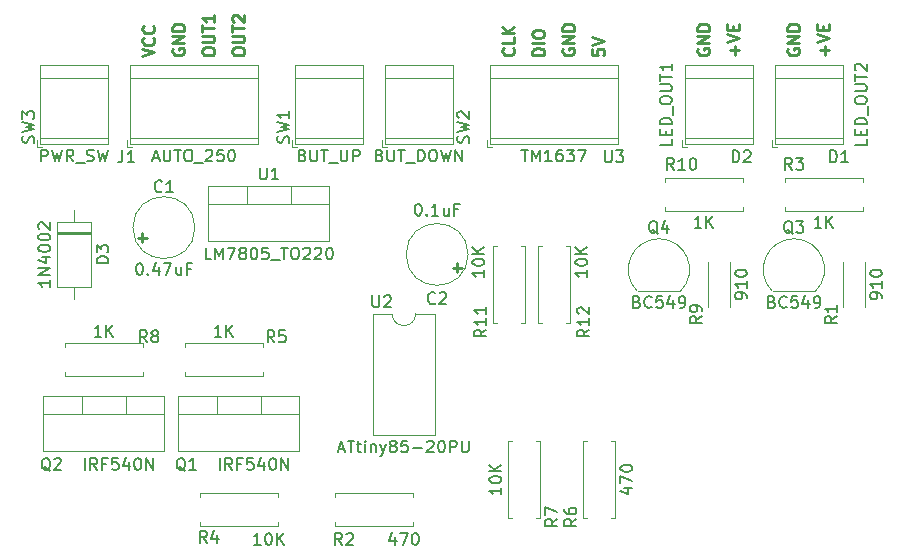
<source format=gbr>
%TF.GenerationSoftware,KiCad,Pcbnew,5.1.6-c6e7f7d~87~ubuntu18.04.1*%
%TF.CreationDate,2020-09-12T21:04:16+10:00*%
%TF.ProjectId,Switch_Toggler,53776974-6368-45f5-946f-67676c65722e,rev?*%
%TF.SameCoordinates,Original*%
%TF.FileFunction,Legend,Top*%
%TF.FilePolarity,Positive*%
%FSLAX46Y46*%
G04 Gerber Fmt 4.6, Leading zero omitted, Abs format (unit mm)*
G04 Created by KiCad (PCBNEW 5.1.6-c6e7f7d~87~ubuntu18.04.1) date 2020-09-12 21:04:16*
%MOMM*%
%LPD*%
G01*
G04 APERTURE LIST*
%ADD10C,0.250000*%
%ADD11C,0.120000*%
%ADD12C,0.150000*%
G04 APERTURE END LIST*
D10*
X79446428Y-86594404D02*
X79446428Y-85832500D01*
X79827380Y-86213452D02*
X79065476Y-86213452D01*
X52776428Y-84054404D02*
X52776428Y-83292500D01*
X53157380Y-83673452D02*
X52395476Y-83673452D01*
X110561428Y-68179404D02*
X110561428Y-67417500D01*
X110942380Y-67798452D02*
X110180476Y-67798452D01*
X109942380Y-67084166D02*
X110942380Y-66750833D01*
X109942380Y-66417500D01*
X110418571Y-66084166D02*
X110418571Y-65750833D01*
X110942380Y-65607976D02*
X110942380Y-66084166D01*
X109942380Y-66084166D01*
X109942380Y-65607976D01*
X107450000Y-67655595D02*
X107402380Y-67750833D01*
X107402380Y-67893690D01*
X107450000Y-68036547D01*
X107545238Y-68131785D01*
X107640476Y-68179404D01*
X107830952Y-68227023D01*
X107973809Y-68227023D01*
X108164285Y-68179404D01*
X108259523Y-68131785D01*
X108354761Y-68036547D01*
X108402380Y-67893690D01*
X108402380Y-67798452D01*
X108354761Y-67655595D01*
X108307142Y-67607976D01*
X107973809Y-67607976D01*
X107973809Y-67798452D01*
X108402380Y-67179404D02*
X107402380Y-67179404D01*
X108402380Y-66607976D01*
X107402380Y-66607976D01*
X108402380Y-66131785D02*
X107402380Y-66131785D01*
X107402380Y-65893690D01*
X107450000Y-65750833D01*
X107545238Y-65655595D01*
X107640476Y-65607976D01*
X107830952Y-65560357D01*
X107973809Y-65560357D01*
X108164285Y-65607976D01*
X108259523Y-65655595D01*
X108354761Y-65750833D01*
X108402380Y-65893690D01*
X108402380Y-66131785D01*
X102941428Y-68179404D02*
X102941428Y-67417500D01*
X103322380Y-67798452D02*
X102560476Y-67798452D01*
X102322380Y-67084166D02*
X103322380Y-66750833D01*
X102322380Y-66417500D01*
X102798571Y-66084166D02*
X102798571Y-65750833D01*
X103322380Y-65607976D02*
X103322380Y-66084166D01*
X102322380Y-66084166D01*
X102322380Y-65607976D01*
X99830000Y-67655595D02*
X99782380Y-67750833D01*
X99782380Y-67893690D01*
X99830000Y-68036547D01*
X99925238Y-68131785D01*
X100020476Y-68179404D01*
X100210952Y-68227023D01*
X100353809Y-68227023D01*
X100544285Y-68179404D01*
X100639523Y-68131785D01*
X100734761Y-68036547D01*
X100782380Y-67893690D01*
X100782380Y-67798452D01*
X100734761Y-67655595D01*
X100687142Y-67607976D01*
X100353809Y-67607976D01*
X100353809Y-67798452D01*
X100782380Y-67179404D02*
X99782380Y-67179404D01*
X100782380Y-66607976D01*
X99782380Y-66607976D01*
X100782380Y-66131785D02*
X99782380Y-66131785D01*
X99782380Y-65893690D01*
X99830000Y-65750833D01*
X99925238Y-65655595D01*
X100020476Y-65607976D01*
X100210952Y-65560357D01*
X100353809Y-65560357D01*
X100544285Y-65607976D01*
X100639523Y-65655595D01*
X100734761Y-65750833D01*
X100782380Y-65893690D01*
X100782380Y-66131785D01*
X90892380Y-67703214D02*
X90892380Y-68179404D01*
X91368571Y-68227023D01*
X91320952Y-68179404D01*
X91273333Y-68084166D01*
X91273333Y-67846071D01*
X91320952Y-67750833D01*
X91368571Y-67703214D01*
X91463809Y-67655595D01*
X91701904Y-67655595D01*
X91797142Y-67703214D01*
X91844761Y-67750833D01*
X91892380Y-67846071D01*
X91892380Y-68084166D01*
X91844761Y-68179404D01*
X91797142Y-68227023D01*
X90892380Y-67369880D02*
X91892380Y-67036547D01*
X90892380Y-66703214D01*
X88400000Y-67655595D02*
X88352380Y-67750833D01*
X88352380Y-67893690D01*
X88400000Y-68036547D01*
X88495238Y-68131785D01*
X88590476Y-68179404D01*
X88780952Y-68227023D01*
X88923809Y-68227023D01*
X89114285Y-68179404D01*
X89209523Y-68131785D01*
X89304761Y-68036547D01*
X89352380Y-67893690D01*
X89352380Y-67798452D01*
X89304761Y-67655595D01*
X89257142Y-67607976D01*
X88923809Y-67607976D01*
X88923809Y-67798452D01*
X89352380Y-67179404D02*
X88352380Y-67179404D01*
X89352380Y-66607976D01*
X88352380Y-66607976D01*
X89352380Y-66131785D02*
X88352380Y-66131785D01*
X88352380Y-65893690D01*
X88400000Y-65750833D01*
X88495238Y-65655595D01*
X88590476Y-65607976D01*
X88780952Y-65560357D01*
X88923809Y-65560357D01*
X89114285Y-65607976D01*
X89209523Y-65655595D01*
X89304761Y-65750833D01*
X89352380Y-65893690D01*
X89352380Y-66131785D01*
X86812380Y-68179404D02*
X85812380Y-68179404D01*
X85812380Y-67941309D01*
X85860000Y-67798452D01*
X85955238Y-67703214D01*
X86050476Y-67655595D01*
X86240952Y-67607976D01*
X86383809Y-67607976D01*
X86574285Y-67655595D01*
X86669523Y-67703214D01*
X86764761Y-67798452D01*
X86812380Y-67941309D01*
X86812380Y-68179404D01*
X86812380Y-67179404D02*
X85812380Y-67179404D01*
X85812380Y-66512738D02*
X85812380Y-66322261D01*
X85860000Y-66227023D01*
X85955238Y-66131785D01*
X86145714Y-66084166D01*
X86479047Y-66084166D01*
X86669523Y-66131785D01*
X86764761Y-66227023D01*
X86812380Y-66322261D01*
X86812380Y-66512738D01*
X86764761Y-66607976D01*
X86669523Y-66703214D01*
X86479047Y-66750833D01*
X86145714Y-66750833D01*
X85955238Y-66703214D01*
X85860000Y-66607976D01*
X85812380Y-66512738D01*
X84177142Y-67607976D02*
X84224761Y-67655595D01*
X84272380Y-67798452D01*
X84272380Y-67893690D01*
X84224761Y-68036547D01*
X84129523Y-68131785D01*
X84034285Y-68179404D01*
X83843809Y-68227023D01*
X83700952Y-68227023D01*
X83510476Y-68179404D01*
X83415238Y-68131785D01*
X83320000Y-68036547D01*
X83272380Y-67893690D01*
X83272380Y-67798452D01*
X83320000Y-67655595D01*
X83367619Y-67607976D01*
X84272380Y-66703214D02*
X84272380Y-67179404D01*
X83272380Y-67179404D01*
X84272380Y-66369880D02*
X83272380Y-66369880D01*
X84272380Y-65798452D02*
X83700952Y-66227023D01*
X83272380Y-65798452D02*
X83843809Y-66369880D01*
X60412380Y-67988928D02*
X60412380Y-67798452D01*
X60460000Y-67703214D01*
X60555238Y-67607976D01*
X60745714Y-67560357D01*
X61079047Y-67560357D01*
X61269523Y-67607976D01*
X61364761Y-67703214D01*
X61412380Y-67798452D01*
X61412380Y-67988928D01*
X61364761Y-68084166D01*
X61269523Y-68179404D01*
X61079047Y-68227023D01*
X60745714Y-68227023D01*
X60555238Y-68179404D01*
X60460000Y-68084166D01*
X60412380Y-67988928D01*
X60412380Y-67131785D02*
X61221904Y-67131785D01*
X61317142Y-67084166D01*
X61364761Y-67036547D01*
X61412380Y-66941309D01*
X61412380Y-66750833D01*
X61364761Y-66655595D01*
X61317142Y-66607976D01*
X61221904Y-66560357D01*
X60412380Y-66560357D01*
X60412380Y-66227023D02*
X60412380Y-65655595D01*
X61412380Y-65941309D02*
X60412380Y-65941309D01*
X60507619Y-65369880D02*
X60460000Y-65322261D01*
X60412380Y-65227023D01*
X60412380Y-64988928D01*
X60460000Y-64893690D01*
X60507619Y-64846071D01*
X60602857Y-64798452D01*
X60698095Y-64798452D01*
X60840952Y-64846071D01*
X61412380Y-65417500D01*
X61412380Y-64798452D01*
X57872380Y-67988928D02*
X57872380Y-67798452D01*
X57920000Y-67703214D01*
X58015238Y-67607976D01*
X58205714Y-67560357D01*
X58539047Y-67560357D01*
X58729523Y-67607976D01*
X58824761Y-67703214D01*
X58872380Y-67798452D01*
X58872380Y-67988928D01*
X58824761Y-68084166D01*
X58729523Y-68179404D01*
X58539047Y-68227023D01*
X58205714Y-68227023D01*
X58015238Y-68179404D01*
X57920000Y-68084166D01*
X57872380Y-67988928D01*
X57872380Y-67131785D02*
X58681904Y-67131785D01*
X58777142Y-67084166D01*
X58824761Y-67036547D01*
X58872380Y-66941309D01*
X58872380Y-66750833D01*
X58824761Y-66655595D01*
X58777142Y-66607976D01*
X58681904Y-66560357D01*
X57872380Y-66560357D01*
X57872380Y-66227023D02*
X57872380Y-65655595D01*
X58872380Y-65941309D02*
X57872380Y-65941309D01*
X58872380Y-64798452D02*
X58872380Y-65369880D01*
X58872380Y-65084166D02*
X57872380Y-65084166D01*
X58015238Y-65179404D01*
X58110476Y-65274642D01*
X58158095Y-65369880D01*
X55380000Y-67655595D02*
X55332380Y-67750833D01*
X55332380Y-67893690D01*
X55380000Y-68036547D01*
X55475238Y-68131785D01*
X55570476Y-68179404D01*
X55760952Y-68227023D01*
X55903809Y-68227023D01*
X56094285Y-68179404D01*
X56189523Y-68131785D01*
X56284761Y-68036547D01*
X56332380Y-67893690D01*
X56332380Y-67798452D01*
X56284761Y-67655595D01*
X56237142Y-67607976D01*
X55903809Y-67607976D01*
X55903809Y-67798452D01*
X56332380Y-67179404D02*
X55332380Y-67179404D01*
X56332380Y-66607976D01*
X55332380Y-66607976D01*
X56332380Y-66131785D02*
X55332380Y-66131785D01*
X55332380Y-65893690D01*
X55380000Y-65750833D01*
X55475238Y-65655595D01*
X55570476Y-65607976D01*
X55760952Y-65560357D01*
X55903809Y-65560357D01*
X56094285Y-65607976D01*
X56189523Y-65655595D01*
X56284761Y-65750833D01*
X56332380Y-65893690D01*
X56332380Y-66131785D01*
X52792380Y-68322261D02*
X53792380Y-67988928D01*
X52792380Y-67655595D01*
X53697142Y-66750833D02*
X53744761Y-66798452D01*
X53792380Y-66941309D01*
X53792380Y-67036547D01*
X53744761Y-67179404D01*
X53649523Y-67274642D01*
X53554285Y-67322261D01*
X53363809Y-67369880D01*
X53220952Y-67369880D01*
X53030476Y-67322261D01*
X52935238Y-67274642D01*
X52840000Y-67179404D01*
X52792380Y-67036547D01*
X52792380Y-66941309D01*
X52840000Y-66798452D01*
X52887619Y-66750833D01*
X53697142Y-65750833D02*
X53744761Y-65798452D01*
X53792380Y-65941309D01*
X53792380Y-66036547D01*
X53744761Y-66179404D01*
X53649523Y-66274642D01*
X53554285Y-66322261D01*
X53363809Y-66369880D01*
X53220952Y-66369880D01*
X53030476Y-66322261D01*
X52935238Y-66274642D01*
X52840000Y-66179404D01*
X52792380Y-66036547D01*
X52792380Y-65941309D01*
X52840000Y-65798452D01*
X52887619Y-65750833D01*
D11*
%TO.C,SW3*%
X43860000Y-76000000D02*
X44260000Y-76000000D01*
X43860000Y-75360000D02*
X43860000Y-76000000D01*
X49880000Y-69020000D02*
X49880000Y-75760000D01*
X44100000Y-69020000D02*
X44100000Y-75760000D01*
X44100000Y-75760000D02*
X49880000Y-75760000D01*
X44100000Y-69020000D02*
X49880000Y-69020000D01*
X44100000Y-70140000D02*
X49880000Y-70140000D01*
X44100000Y-75240000D02*
X49880000Y-75240000D01*
%TO.C,U3*%
X81960000Y-76000000D02*
X82360000Y-76000000D01*
X81960000Y-75360000D02*
X81960000Y-76000000D01*
X93061000Y-69020000D02*
X93061000Y-75760000D01*
X82200000Y-69020000D02*
X82200000Y-75760000D01*
X82200000Y-75760000D02*
X93061000Y-75760000D01*
X82200000Y-69020000D02*
X93061000Y-69020000D01*
X82200000Y-70140000D02*
X93061000Y-70140000D01*
X82200000Y-75240000D02*
X93061000Y-75240000D01*
%TO.C,U2*%
X77580000Y-90110000D02*
X75930000Y-90110000D01*
X77580000Y-100390000D02*
X77580000Y-90110000D01*
X72280000Y-100390000D02*
X77580000Y-100390000D01*
X72280000Y-90110000D02*
X72280000Y-100390000D01*
X73930000Y-90110000D02*
X72280000Y-90110000D01*
X75930000Y-90110000D02*
G75*
G02*
X73930000Y-90110000I-1000000J0D01*
G01*
%TO.C,U1*%
X65351000Y-79280000D02*
X65351000Y-80790000D01*
X61650000Y-79280000D02*
X61650000Y-80790000D01*
X58380000Y-80790000D02*
X68620000Y-80790000D01*
X68620000Y-79280000D02*
X68620000Y-83921000D01*
X58380000Y-79280000D02*
X58380000Y-83921000D01*
X58380000Y-83921000D02*
X68620000Y-83921000D01*
X58380000Y-79280000D02*
X68620000Y-79280000D01*
%TO.C,SW2*%
X73070000Y-76000000D02*
X73470000Y-76000000D01*
X73070000Y-75360000D02*
X73070000Y-76000000D01*
X79090000Y-69020000D02*
X79090000Y-75760000D01*
X73310000Y-69020000D02*
X73310000Y-75760000D01*
X73310000Y-75760000D02*
X79090000Y-75760000D01*
X73310000Y-69020000D02*
X79090000Y-69020000D01*
X73310000Y-70140000D02*
X79090000Y-70140000D01*
X73310000Y-75240000D02*
X79090000Y-75240000D01*
%TO.C,SW1*%
X65450000Y-76000000D02*
X65850000Y-76000000D01*
X65450000Y-75360000D02*
X65450000Y-76000000D01*
X71470000Y-69020000D02*
X71470000Y-75760000D01*
X65690000Y-69020000D02*
X65690000Y-75760000D01*
X65690000Y-75760000D02*
X71470000Y-75760000D01*
X65690000Y-69020000D02*
X71470000Y-69020000D01*
X65690000Y-70140000D02*
X71470000Y-70140000D01*
X65690000Y-75240000D02*
X71470000Y-75240000D01*
%TO.C,R12*%
X89000000Y-84360000D02*
X88670000Y-84360000D01*
X89000000Y-90900000D02*
X89000000Y-84360000D01*
X88670000Y-90900000D02*
X89000000Y-90900000D01*
X86260000Y-84360000D02*
X86590000Y-84360000D01*
X86260000Y-90900000D02*
X86260000Y-84360000D01*
X86590000Y-90900000D02*
X86260000Y-90900000D01*
%TO.C,R11*%
X85190000Y-84360000D02*
X84860000Y-84360000D01*
X85190000Y-90900000D02*
X85190000Y-84360000D01*
X84860000Y-90900000D02*
X85190000Y-90900000D01*
X82450000Y-84360000D02*
X82780000Y-84360000D01*
X82450000Y-90900000D02*
X82450000Y-84360000D01*
X82780000Y-90900000D02*
X82450000Y-90900000D01*
%TO.C,R10*%
X103600000Y-81380000D02*
X103600000Y-81050000D01*
X97060000Y-81380000D02*
X103600000Y-81380000D01*
X97060000Y-81050000D02*
X97060000Y-81380000D01*
X103600000Y-78640000D02*
X103600000Y-78970000D01*
X97060000Y-78640000D02*
X103600000Y-78640000D01*
X97060000Y-78970000D02*
X97060000Y-78640000D01*
%TO.C,R9*%
X102520000Y-89550000D02*
X102520000Y-85710000D01*
X100680000Y-89550000D02*
X100680000Y-85710000D01*
%TO.C,R8*%
X46260000Y-92610000D02*
X46260000Y-92940000D01*
X52800000Y-92610000D02*
X46260000Y-92610000D01*
X52800000Y-92940000D02*
X52800000Y-92610000D01*
X46260000Y-95350000D02*
X46260000Y-95020000D01*
X52800000Y-95350000D02*
X46260000Y-95350000D01*
X52800000Y-95020000D02*
X52800000Y-95350000D01*
%TO.C,R7*%
X83720000Y-107410000D02*
X84050000Y-107410000D01*
X83720000Y-100870000D02*
X83720000Y-107410000D01*
X84050000Y-100870000D02*
X83720000Y-100870000D01*
X86460000Y-107410000D02*
X86130000Y-107410000D01*
X86460000Y-100870000D02*
X86460000Y-107410000D01*
X86130000Y-100870000D02*
X86460000Y-100870000D01*
%TO.C,R6*%
X92810000Y-100870000D02*
X92480000Y-100870000D01*
X92810000Y-107410000D02*
X92810000Y-100870000D01*
X92480000Y-107410000D02*
X92810000Y-107410000D01*
X90070000Y-100870000D02*
X90400000Y-100870000D01*
X90070000Y-107410000D02*
X90070000Y-100870000D01*
X90400000Y-107410000D02*
X90070000Y-107410000D01*
%TO.C,R5*%
X56420000Y-92610000D02*
X56420000Y-92940000D01*
X62960000Y-92610000D02*
X56420000Y-92610000D01*
X62960000Y-92940000D02*
X62960000Y-92610000D01*
X56420000Y-95350000D02*
X56420000Y-95020000D01*
X62960000Y-95350000D02*
X56420000Y-95350000D01*
X62960000Y-95020000D02*
X62960000Y-95350000D01*
%TO.C,R4*%
X57690000Y-105310000D02*
X57690000Y-105640000D01*
X64230000Y-105310000D02*
X57690000Y-105310000D01*
X64230000Y-105640000D02*
X64230000Y-105310000D01*
X57690000Y-108050000D02*
X57690000Y-107720000D01*
X64230000Y-108050000D02*
X57690000Y-108050000D01*
X64230000Y-107720000D02*
X64230000Y-108050000D01*
%TO.C,R3*%
X113760000Y-81380000D02*
X113760000Y-81050000D01*
X107220000Y-81380000D02*
X113760000Y-81380000D01*
X107220000Y-81050000D02*
X107220000Y-81380000D01*
X113760000Y-78640000D02*
X113760000Y-78970000D01*
X107220000Y-78640000D02*
X113760000Y-78640000D01*
X107220000Y-78970000D02*
X107220000Y-78640000D01*
%TO.C,R2*%
X75660000Y-108050000D02*
X75660000Y-107720000D01*
X69120000Y-108050000D02*
X75660000Y-108050000D01*
X69120000Y-107720000D02*
X69120000Y-108050000D01*
X75660000Y-105310000D02*
X75660000Y-105640000D01*
X69120000Y-105310000D02*
X75660000Y-105310000D01*
X69120000Y-105640000D02*
X69120000Y-105310000D01*
%TO.C,R1*%
X113950000Y-89550000D02*
X113950000Y-85710000D01*
X112110000Y-89550000D02*
X112110000Y-85710000D01*
%TO.C,Q4*%
X94720000Y-88210000D02*
X98320000Y-88210000D01*
X98358478Y-88198478D02*
G75*
G03*
X96520000Y-83760000I-1838478J1838478D01*
G01*
X94681522Y-88198478D02*
G75*
G02*
X96520000Y-83760000I1838478J1838478D01*
G01*
%TO.C,Q3*%
X106150000Y-88210000D02*
X109750000Y-88210000D01*
X109788478Y-88198478D02*
G75*
G03*
X107950000Y-83760000I-1838478J1838478D01*
G01*
X106111522Y-88198478D02*
G75*
G02*
X107950000Y-83760000I1838478J1838478D01*
G01*
%TO.C,Q2*%
X51381000Y-97060000D02*
X51381000Y-98570000D01*
X47680000Y-97060000D02*
X47680000Y-98570000D01*
X44410000Y-98570000D02*
X54650000Y-98570000D01*
X54650000Y-97060000D02*
X54650000Y-101701000D01*
X44410000Y-97060000D02*
X44410000Y-101701000D01*
X44410000Y-101701000D02*
X54650000Y-101701000D01*
X44410000Y-97060000D02*
X54650000Y-97060000D01*
%TO.C,Q1*%
X62811000Y-97060000D02*
X62811000Y-98570000D01*
X59110000Y-97060000D02*
X59110000Y-98570000D01*
X55840000Y-98570000D02*
X66080000Y-98570000D01*
X66080000Y-97060000D02*
X66080000Y-101701000D01*
X55840000Y-97060000D02*
X55840000Y-101701000D01*
X55840000Y-101701000D02*
X66080000Y-101701000D01*
X55840000Y-97060000D02*
X66080000Y-97060000D01*
%TO.C,J1*%
X51480000Y-76000000D02*
X51880000Y-76000000D01*
X51480000Y-75360000D02*
X51480000Y-76000000D01*
X62581000Y-69020000D02*
X62581000Y-75760000D01*
X51720000Y-69020000D02*
X51720000Y-75760000D01*
X51720000Y-75760000D02*
X62581000Y-75760000D01*
X51720000Y-69020000D02*
X62581000Y-69020000D01*
X51720000Y-70140000D02*
X62581000Y-70140000D01*
X51720000Y-75240000D02*
X62581000Y-75240000D01*
%TO.C,D3*%
X48460000Y-83150000D02*
X45520000Y-83150000D01*
X48460000Y-83390000D02*
X45520000Y-83390000D01*
X48460000Y-83270000D02*
X45520000Y-83270000D01*
X46990000Y-88830000D02*
X46990000Y-87810000D01*
X46990000Y-81350000D02*
X46990000Y-82370000D01*
X48460000Y-87810000D02*
X48460000Y-82370000D01*
X45520000Y-87810000D02*
X48460000Y-87810000D01*
X45520000Y-82370000D02*
X45520000Y-87810000D01*
X48460000Y-82370000D02*
X45520000Y-82370000D01*
%TO.C,D2*%
X98470000Y-76000000D02*
X98870000Y-76000000D01*
X98470000Y-75360000D02*
X98470000Y-76000000D01*
X104490000Y-69020000D02*
X104490000Y-75760000D01*
X98710000Y-69020000D02*
X98710000Y-75760000D01*
X98710000Y-75760000D02*
X104490000Y-75760000D01*
X98710000Y-69020000D02*
X104490000Y-69020000D01*
X98710000Y-70140000D02*
X104490000Y-70140000D01*
X98710000Y-75240000D02*
X104490000Y-75240000D01*
%TO.C,D1*%
X106090000Y-76000000D02*
X106490000Y-76000000D01*
X106090000Y-75360000D02*
X106090000Y-76000000D01*
X112110000Y-69020000D02*
X112110000Y-75760000D01*
X106330000Y-69020000D02*
X106330000Y-75760000D01*
X106330000Y-75760000D02*
X112110000Y-75760000D01*
X106330000Y-69020000D02*
X112110000Y-69020000D01*
X106330000Y-70140000D02*
X112110000Y-70140000D01*
X106330000Y-75240000D02*
X112110000Y-75240000D01*
%TO.C,C2*%
X80360000Y-85090000D02*
G75*
G03*
X80360000Y-85090000I-2620000J0D01*
G01*
%TO.C,C1*%
X57230000Y-82820000D02*
G75*
G03*
X57230000Y-82820000I-2620000J0D01*
G01*
%TO.C,SW3*%
D12*
X43584761Y-75628333D02*
X43632380Y-75485476D01*
X43632380Y-75247380D01*
X43584761Y-75152142D01*
X43537142Y-75104523D01*
X43441904Y-75056904D01*
X43346666Y-75056904D01*
X43251428Y-75104523D01*
X43203809Y-75152142D01*
X43156190Y-75247380D01*
X43108571Y-75437857D01*
X43060952Y-75533095D01*
X43013333Y-75580714D01*
X42918095Y-75628333D01*
X42822857Y-75628333D01*
X42727619Y-75580714D01*
X42680000Y-75533095D01*
X42632380Y-75437857D01*
X42632380Y-75199761D01*
X42680000Y-75056904D01*
X42632380Y-74723571D02*
X43632380Y-74485476D01*
X42918095Y-74295000D01*
X43632380Y-74104523D01*
X42632380Y-73866428D01*
X42632380Y-73580714D02*
X42632380Y-72961666D01*
X43013333Y-73295000D01*
X43013333Y-73152142D01*
X43060952Y-73056904D01*
X43108571Y-73009285D01*
X43203809Y-72961666D01*
X43441904Y-72961666D01*
X43537142Y-73009285D01*
X43584761Y-73056904D01*
X43632380Y-73152142D01*
X43632380Y-73437857D01*
X43584761Y-73533095D01*
X43537142Y-73580714D01*
X44228095Y-77212380D02*
X44228095Y-76212380D01*
X44609047Y-76212380D01*
X44704285Y-76260000D01*
X44751904Y-76307619D01*
X44799523Y-76402857D01*
X44799523Y-76545714D01*
X44751904Y-76640952D01*
X44704285Y-76688571D01*
X44609047Y-76736190D01*
X44228095Y-76736190D01*
X45132857Y-76212380D02*
X45370952Y-77212380D01*
X45561428Y-76498095D01*
X45751904Y-77212380D01*
X45990000Y-76212380D01*
X46942380Y-77212380D02*
X46609047Y-76736190D01*
X46370952Y-77212380D02*
X46370952Y-76212380D01*
X46751904Y-76212380D01*
X46847142Y-76260000D01*
X46894761Y-76307619D01*
X46942380Y-76402857D01*
X46942380Y-76545714D01*
X46894761Y-76640952D01*
X46847142Y-76688571D01*
X46751904Y-76736190D01*
X46370952Y-76736190D01*
X47132857Y-77307619D02*
X47894761Y-77307619D01*
X48085238Y-77164761D02*
X48228095Y-77212380D01*
X48466190Y-77212380D01*
X48561428Y-77164761D01*
X48609047Y-77117142D01*
X48656666Y-77021904D01*
X48656666Y-76926666D01*
X48609047Y-76831428D01*
X48561428Y-76783809D01*
X48466190Y-76736190D01*
X48275714Y-76688571D01*
X48180476Y-76640952D01*
X48132857Y-76593333D01*
X48085238Y-76498095D01*
X48085238Y-76402857D01*
X48132857Y-76307619D01*
X48180476Y-76260000D01*
X48275714Y-76212380D01*
X48513809Y-76212380D01*
X48656666Y-76260000D01*
X48990000Y-76212380D02*
X49228095Y-77212380D01*
X49418571Y-76498095D01*
X49609047Y-77212380D01*
X49847142Y-76212380D01*
%TO.C,U3*%
X91948095Y-76287380D02*
X91948095Y-77096904D01*
X91995714Y-77192142D01*
X92043333Y-77239761D01*
X92138571Y-77287380D01*
X92329047Y-77287380D01*
X92424285Y-77239761D01*
X92471904Y-77192142D01*
X92519523Y-77096904D01*
X92519523Y-76287380D01*
X92900476Y-76287380D02*
X93519523Y-76287380D01*
X93186190Y-76668333D01*
X93329047Y-76668333D01*
X93424285Y-76715952D01*
X93471904Y-76763571D01*
X93519523Y-76858809D01*
X93519523Y-77096904D01*
X93471904Y-77192142D01*
X93424285Y-77239761D01*
X93329047Y-77287380D01*
X93043333Y-77287380D01*
X92948095Y-77239761D01*
X92900476Y-77192142D01*
X84868095Y-76212380D02*
X85439523Y-76212380D01*
X85153809Y-77212380D02*
X85153809Y-76212380D01*
X85772857Y-77212380D02*
X85772857Y-76212380D01*
X86106190Y-76926666D01*
X86439523Y-76212380D01*
X86439523Y-77212380D01*
X87439523Y-77212380D02*
X86868095Y-77212380D01*
X87153809Y-77212380D02*
X87153809Y-76212380D01*
X87058571Y-76355238D01*
X86963333Y-76450476D01*
X86868095Y-76498095D01*
X88296666Y-76212380D02*
X88106190Y-76212380D01*
X88010952Y-76260000D01*
X87963333Y-76307619D01*
X87868095Y-76450476D01*
X87820476Y-76640952D01*
X87820476Y-77021904D01*
X87868095Y-77117142D01*
X87915714Y-77164761D01*
X88010952Y-77212380D01*
X88201428Y-77212380D01*
X88296666Y-77164761D01*
X88344285Y-77117142D01*
X88391904Y-77021904D01*
X88391904Y-76783809D01*
X88344285Y-76688571D01*
X88296666Y-76640952D01*
X88201428Y-76593333D01*
X88010952Y-76593333D01*
X87915714Y-76640952D01*
X87868095Y-76688571D01*
X87820476Y-76783809D01*
X88725238Y-76212380D02*
X89344285Y-76212380D01*
X89010952Y-76593333D01*
X89153809Y-76593333D01*
X89249047Y-76640952D01*
X89296666Y-76688571D01*
X89344285Y-76783809D01*
X89344285Y-77021904D01*
X89296666Y-77117142D01*
X89249047Y-77164761D01*
X89153809Y-77212380D01*
X88868095Y-77212380D01*
X88772857Y-77164761D01*
X88725238Y-77117142D01*
X89677619Y-76212380D02*
X90344285Y-76212380D01*
X89915714Y-77212380D01*
%TO.C,U2*%
X72263095Y-88562380D02*
X72263095Y-89371904D01*
X72310714Y-89467142D01*
X72358333Y-89514761D01*
X72453571Y-89562380D01*
X72644047Y-89562380D01*
X72739285Y-89514761D01*
X72786904Y-89467142D01*
X72834523Y-89371904D01*
X72834523Y-88562380D01*
X73263095Y-88657619D02*
X73310714Y-88610000D01*
X73405952Y-88562380D01*
X73644047Y-88562380D01*
X73739285Y-88610000D01*
X73786904Y-88657619D01*
X73834523Y-88752857D01*
X73834523Y-88848095D01*
X73786904Y-88990952D01*
X73215476Y-89562380D01*
X73834523Y-89562380D01*
X69406190Y-101556666D02*
X69882380Y-101556666D01*
X69310952Y-101842380D02*
X69644285Y-100842380D01*
X69977619Y-101842380D01*
X70168095Y-100842380D02*
X70739523Y-100842380D01*
X70453809Y-101842380D02*
X70453809Y-100842380D01*
X70930000Y-101175714D02*
X71310952Y-101175714D01*
X71072857Y-100842380D02*
X71072857Y-101699523D01*
X71120476Y-101794761D01*
X71215714Y-101842380D01*
X71310952Y-101842380D01*
X71644285Y-101842380D02*
X71644285Y-101175714D01*
X71644285Y-100842380D02*
X71596666Y-100890000D01*
X71644285Y-100937619D01*
X71691904Y-100890000D01*
X71644285Y-100842380D01*
X71644285Y-100937619D01*
X72120476Y-101175714D02*
X72120476Y-101842380D01*
X72120476Y-101270952D02*
X72168095Y-101223333D01*
X72263333Y-101175714D01*
X72406190Y-101175714D01*
X72501428Y-101223333D01*
X72549047Y-101318571D01*
X72549047Y-101842380D01*
X72930000Y-101175714D02*
X73168095Y-101842380D01*
X73406190Y-101175714D02*
X73168095Y-101842380D01*
X73072857Y-102080476D01*
X73025238Y-102128095D01*
X72930000Y-102175714D01*
X73930000Y-101270952D02*
X73834761Y-101223333D01*
X73787142Y-101175714D01*
X73739523Y-101080476D01*
X73739523Y-101032857D01*
X73787142Y-100937619D01*
X73834761Y-100890000D01*
X73930000Y-100842380D01*
X74120476Y-100842380D01*
X74215714Y-100890000D01*
X74263333Y-100937619D01*
X74310952Y-101032857D01*
X74310952Y-101080476D01*
X74263333Y-101175714D01*
X74215714Y-101223333D01*
X74120476Y-101270952D01*
X73930000Y-101270952D01*
X73834761Y-101318571D01*
X73787142Y-101366190D01*
X73739523Y-101461428D01*
X73739523Y-101651904D01*
X73787142Y-101747142D01*
X73834761Y-101794761D01*
X73930000Y-101842380D01*
X74120476Y-101842380D01*
X74215714Y-101794761D01*
X74263333Y-101747142D01*
X74310952Y-101651904D01*
X74310952Y-101461428D01*
X74263333Y-101366190D01*
X74215714Y-101318571D01*
X74120476Y-101270952D01*
X75215714Y-100842380D02*
X74739523Y-100842380D01*
X74691904Y-101318571D01*
X74739523Y-101270952D01*
X74834761Y-101223333D01*
X75072857Y-101223333D01*
X75168095Y-101270952D01*
X75215714Y-101318571D01*
X75263333Y-101413809D01*
X75263333Y-101651904D01*
X75215714Y-101747142D01*
X75168095Y-101794761D01*
X75072857Y-101842380D01*
X74834761Y-101842380D01*
X74739523Y-101794761D01*
X74691904Y-101747142D01*
X75691904Y-101461428D02*
X76453809Y-101461428D01*
X76882380Y-100937619D02*
X76930000Y-100890000D01*
X77025238Y-100842380D01*
X77263333Y-100842380D01*
X77358571Y-100890000D01*
X77406190Y-100937619D01*
X77453809Y-101032857D01*
X77453809Y-101128095D01*
X77406190Y-101270952D01*
X76834761Y-101842380D01*
X77453809Y-101842380D01*
X78072857Y-100842380D02*
X78168095Y-100842380D01*
X78263333Y-100890000D01*
X78310952Y-100937619D01*
X78358571Y-101032857D01*
X78406190Y-101223333D01*
X78406190Y-101461428D01*
X78358571Y-101651904D01*
X78310952Y-101747142D01*
X78263333Y-101794761D01*
X78168095Y-101842380D01*
X78072857Y-101842380D01*
X77977619Y-101794761D01*
X77930000Y-101747142D01*
X77882380Y-101651904D01*
X77834761Y-101461428D01*
X77834761Y-101223333D01*
X77882380Y-101032857D01*
X77930000Y-100937619D01*
X77977619Y-100890000D01*
X78072857Y-100842380D01*
X78834761Y-101842380D02*
X78834761Y-100842380D01*
X79215714Y-100842380D01*
X79310952Y-100890000D01*
X79358571Y-100937619D01*
X79406190Y-101032857D01*
X79406190Y-101175714D01*
X79358571Y-101270952D01*
X79310952Y-101318571D01*
X79215714Y-101366190D01*
X78834761Y-101366190D01*
X79834761Y-100842380D02*
X79834761Y-101651904D01*
X79882380Y-101747142D01*
X79930000Y-101794761D01*
X80025238Y-101842380D01*
X80215714Y-101842380D01*
X80310952Y-101794761D01*
X80358571Y-101747142D01*
X80406190Y-101651904D01*
X80406190Y-100842380D01*
%TO.C,U1*%
X62738095Y-77732380D02*
X62738095Y-78541904D01*
X62785714Y-78637142D01*
X62833333Y-78684761D01*
X62928571Y-78732380D01*
X63119047Y-78732380D01*
X63214285Y-78684761D01*
X63261904Y-78637142D01*
X63309523Y-78541904D01*
X63309523Y-77732380D01*
X64309523Y-78732380D02*
X63738095Y-78732380D01*
X64023809Y-78732380D02*
X64023809Y-77732380D01*
X63928571Y-77875238D01*
X63833333Y-77970476D01*
X63738095Y-78018095D01*
X58619047Y-85502380D02*
X58142857Y-85502380D01*
X58142857Y-84502380D01*
X58952380Y-85502380D02*
X58952380Y-84502380D01*
X59285714Y-85216666D01*
X59619047Y-84502380D01*
X59619047Y-85502380D01*
X60000000Y-84502380D02*
X60666666Y-84502380D01*
X60238095Y-85502380D01*
X61190476Y-84930952D02*
X61095238Y-84883333D01*
X61047619Y-84835714D01*
X61000000Y-84740476D01*
X61000000Y-84692857D01*
X61047619Y-84597619D01*
X61095238Y-84550000D01*
X61190476Y-84502380D01*
X61380952Y-84502380D01*
X61476190Y-84550000D01*
X61523809Y-84597619D01*
X61571428Y-84692857D01*
X61571428Y-84740476D01*
X61523809Y-84835714D01*
X61476190Y-84883333D01*
X61380952Y-84930952D01*
X61190476Y-84930952D01*
X61095238Y-84978571D01*
X61047619Y-85026190D01*
X61000000Y-85121428D01*
X61000000Y-85311904D01*
X61047619Y-85407142D01*
X61095238Y-85454761D01*
X61190476Y-85502380D01*
X61380952Y-85502380D01*
X61476190Y-85454761D01*
X61523809Y-85407142D01*
X61571428Y-85311904D01*
X61571428Y-85121428D01*
X61523809Y-85026190D01*
X61476190Y-84978571D01*
X61380952Y-84930952D01*
X62190476Y-84502380D02*
X62285714Y-84502380D01*
X62380952Y-84550000D01*
X62428571Y-84597619D01*
X62476190Y-84692857D01*
X62523809Y-84883333D01*
X62523809Y-85121428D01*
X62476190Y-85311904D01*
X62428571Y-85407142D01*
X62380952Y-85454761D01*
X62285714Y-85502380D01*
X62190476Y-85502380D01*
X62095238Y-85454761D01*
X62047619Y-85407142D01*
X62000000Y-85311904D01*
X61952380Y-85121428D01*
X61952380Y-84883333D01*
X62000000Y-84692857D01*
X62047619Y-84597619D01*
X62095238Y-84550000D01*
X62190476Y-84502380D01*
X63428571Y-84502380D02*
X62952380Y-84502380D01*
X62904761Y-84978571D01*
X62952380Y-84930952D01*
X63047619Y-84883333D01*
X63285714Y-84883333D01*
X63380952Y-84930952D01*
X63428571Y-84978571D01*
X63476190Y-85073809D01*
X63476190Y-85311904D01*
X63428571Y-85407142D01*
X63380952Y-85454761D01*
X63285714Y-85502380D01*
X63047619Y-85502380D01*
X62952380Y-85454761D01*
X62904761Y-85407142D01*
X63666666Y-85597619D02*
X64428571Y-85597619D01*
X64523809Y-84502380D02*
X65095238Y-84502380D01*
X64809523Y-85502380D02*
X64809523Y-84502380D01*
X65619047Y-84502380D02*
X65809523Y-84502380D01*
X65904761Y-84550000D01*
X66000000Y-84645238D01*
X66047619Y-84835714D01*
X66047619Y-85169047D01*
X66000000Y-85359523D01*
X65904761Y-85454761D01*
X65809523Y-85502380D01*
X65619047Y-85502380D01*
X65523809Y-85454761D01*
X65428571Y-85359523D01*
X65380952Y-85169047D01*
X65380952Y-84835714D01*
X65428571Y-84645238D01*
X65523809Y-84550000D01*
X65619047Y-84502380D01*
X66428571Y-84597619D02*
X66476190Y-84550000D01*
X66571428Y-84502380D01*
X66809523Y-84502380D01*
X66904761Y-84550000D01*
X66952380Y-84597619D01*
X67000000Y-84692857D01*
X67000000Y-84788095D01*
X66952380Y-84930952D01*
X66380952Y-85502380D01*
X67000000Y-85502380D01*
X67380952Y-84597619D02*
X67428571Y-84550000D01*
X67523809Y-84502380D01*
X67761904Y-84502380D01*
X67857142Y-84550000D01*
X67904761Y-84597619D01*
X67952380Y-84692857D01*
X67952380Y-84788095D01*
X67904761Y-84930952D01*
X67333333Y-85502380D01*
X67952380Y-85502380D01*
X68571428Y-84502380D02*
X68666666Y-84502380D01*
X68761904Y-84550000D01*
X68809523Y-84597619D01*
X68857142Y-84692857D01*
X68904761Y-84883333D01*
X68904761Y-85121428D01*
X68857142Y-85311904D01*
X68809523Y-85407142D01*
X68761904Y-85454761D01*
X68666666Y-85502380D01*
X68571428Y-85502380D01*
X68476190Y-85454761D01*
X68428571Y-85407142D01*
X68380952Y-85311904D01*
X68333333Y-85121428D01*
X68333333Y-84883333D01*
X68380952Y-84692857D01*
X68428571Y-84597619D01*
X68476190Y-84550000D01*
X68571428Y-84502380D01*
%TO.C,SW2*%
X80414761Y-75628333D02*
X80462380Y-75485476D01*
X80462380Y-75247380D01*
X80414761Y-75152142D01*
X80367142Y-75104523D01*
X80271904Y-75056904D01*
X80176666Y-75056904D01*
X80081428Y-75104523D01*
X80033809Y-75152142D01*
X79986190Y-75247380D01*
X79938571Y-75437857D01*
X79890952Y-75533095D01*
X79843333Y-75580714D01*
X79748095Y-75628333D01*
X79652857Y-75628333D01*
X79557619Y-75580714D01*
X79510000Y-75533095D01*
X79462380Y-75437857D01*
X79462380Y-75199761D01*
X79510000Y-75056904D01*
X79462380Y-74723571D02*
X80462380Y-74485476D01*
X79748095Y-74295000D01*
X80462380Y-74104523D01*
X79462380Y-73866428D01*
X79557619Y-73533095D02*
X79510000Y-73485476D01*
X79462380Y-73390238D01*
X79462380Y-73152142D01*
X79510000Y-73056904D01*
X79557619Y-73009285D01*
X79652857Y-72961666D01*
X79748095Y-72961666D01*
X79890952Y-73009285D01*
X80462380Y-73580714D01*
X80462380Y-72961666D01*
X72866666Y-76688571D02*
X73009523Y-76736190D01*
X73057142Y-76783809D01*
X73104761Y-76879047D01*
X73104761Y-77021904D01*
X73057142Y-77117142D01*
X73009523Y-77164761D01*
X72914285Y-77212380D01*
X72533333Y-77212380D01*
X72533333Y-76212380D01*
X72866666Y-76212380D01*
X72961904Y-76260000D01*
X73009523Y-76307619D01*
X73057142Y-76402857D01*
X73057142Y-76498095D01*
X73009523Y-76593333D01*
X72961904Y-76640952D01*
X72866666Y-76688571D01*
X72533333Y-76688571D01*
X73533333Y-76212380D02*
X73533333Y-77021904D01*
X73580952Y-77117142D01*
X73628571Y-77164761D01*
X73723809Y-77212380D01*
X73914285Y-77212380D01*
X74009523Y-77164761D01*
X74057142Y-77117142D01*
X74104761Y-77021904D01*
X74104761Y-76212380D01*
X74438095Y-76212380D02*
X75009523Y-76212380D01*
X74723809Y-77212380D02*
X74723809Y-76212380D01*
X75104761Y-77307619D02*
X75866666Y-77307619D01*
X76104761Y-77212380D02*
X76104761Y-76212380D01*
X76342857Y-76212380D01*
X76485714Y-76260000D01*
X76580952Y-76355238D01*
X76628571Y-76450476D01*
X76676190Y-76640952D01*
X76676190Y-76783809D01*
X76628571Y-76974285D01*
X76580952Y-77069523D01*
X76485714Y-77164761D01*
X76342857Y-77212380D01*
X76104761Y-77212380D01*
X77295238Y-76212380D02*
X77485714Y-76212380D01*
X77580952Y-76260000D01*
X77676190Y-76355238D01*
X77723809Y-76545714D01*
X77723809Y-76879047D01*
X77676190Y-77069523D01*
X77580952Y-77164761D01*
X77485714Y-77212380D01*
X77295238Y-77212380D01*
X77200000Y-77164761D01*
X77104761Y-77069523D01*
X77057142Y-76879047D01*
X77057142Y-76545714D01*
X77104761Y-76355238D01*
X77200000Y-76260000D01*
X77295238Y-76212380D01*
X78057142Y-76212380D02*
X78295238Y-77212380D01*
X78485714Y-76498095D01*
X78676190Y-77212380D01*
X78914285Y-76212380D01*
X79295238Y-77212380D02*
X79295238Y-76212380D01*
X79866666Y-77212380D01*
X79866666Y-76212380D01*
%TO.C,SW1*%
X65174761Y-75628333D02*
X65222380Y-75485476D01*
X65222380Y-75247380D01*
X65174761Y-75152142D01*
X65127142Y-75104523D01*
X65031904Y-75056904D01*
X64936666Y-75056904D01*
X64841428Y-75104523D01*
X64793809Y-75152142D01*
X64746190Y-75247380D01*
X64698571Y-75437857D01*
X64650952Y-75533095D01*
X64603333Y-75580714D01*
X64508095Y-75628333D01*
X64412857Y-75628333D01*
X64317619Y-75580714D01*
X64270000Y-75533095D01*
X64222380Y-75437857D01*
X64222380Y-75199761D01*
X64270000Y-75056904D01*
X64222380Y-74723571D02*
X65222380Y-74485476D01*
X64508095Y-74295000D01*
X65222380Y-74104523D01*
X64222380Y-73866428D01*
X65222380Y-72961666D02*
X65222380Y-73533095D01*
X65222380Y-73247380D02*
X64222380Y-73247380D01*
X64365238Y-73342619D01*
X64460476Y-73437857D01*
X64508095Y-73533095D01*
X66341904Y-76688571D02*
X66484761Y-76736190D01*
X66532380Y-76783809D01*
X66580000Y-76879047D01*
X66580000Y-77021904D01*
X66532380Y-77117142D01*
X66484761Y-77164761D01*
X66389523Y-77212380D01*
X66008571Y-77212380D01*
X66008571Y-76212380D01*
X66341904Y-76212380D01*
X66437142Y-76260000D01*
X66484761Y-76307619D01*
X66532380Y-76402857D01*
X66532380Y-76498095D01*
X66484761Y-76593333D01*
X66437142Y-76640952D01*
X66341904Y-76688571D01*
X66008571Y-76688571D01*
X67008571Y-76212380D02*
X67008571Y-77021904D01*
X67056190Y-77117142D01*
X67103809Y-77164761D01*
X67199047Y-77212380D01*
X67389523Y-77212380D01*
X67484761Y-77164761D01*
X67532380Y-77117142D01*
X67580000Y-77021904D01*
X67580000Y-76212380D01*
X67913333Y-76212380D02*
X68484761Y-76212380D01*
X68199047Y-77212380D02*
X68199047Y-76212380D01*
X68580000Y-77307619D02*
X69341904Y-77307619D01*
X69580000Y-76212380D02*
X69580000Y-77021904D01*
X69627619Y-77117142D01*
X69675238Y-77164761D01*
X69770476Y-77212380D01*
X69960952Y-77212380D01*
X70056190Y-77164761D01*
X70103809Y-77117142D01*
X70151428Y-77021904D01*
X70151428Y-76212380D01*
X70627619Y-77212380D02*
X70627619Y-76212380D01*
X71008571Y-76212380D01*
X71103809Y-76260000D01*
X71151428Y-76307619D01*
X71199047Y-76402857D01*
X71199047Y-76545714D01*
X71151428Y-76640952D01*
X71103809Y-76688571D01*
X71008571Y-76736190D01*
X70627619Y-76736190D01*
%TO.C,R12*%
X90622380Y-91447857D02*
X90146190Y-91781190D01*
X90622380Y-92019285D02*
X89622380Y-92019285D01*
X89622380Y-91638333D01*
X89670000Y-91543095D01*
X89717619Y-91495476D01*
X89812857Y-91447857D01*
X89955714Y-91447857D01*
X90050952Y-91495476D01*
X90098571Y-91543095D01*
X90146190Y-91638333D01*
X90146190Y-92019285D01*
X90622380Y-90495476D02*
X90622380Y-91066904D01*
X90622380Y-90781190D02*
X89622380Y-90781190D01*
X89765238Y-90876428D01*
X89860476Y-90971666D01*
X89908095Y-91066904D01*
X89717619Y-90114523D02*
X89670000Y-90066904D01*
X89622380Y-89971666D01*
X89622380Y-89733571D01*
X89670000Y-89638333D01*
X89717619Y-89590714D01*
X89812857Y-89543095D01*
X89908095Y-89543095D01*
X90050952Y-89590714D01*
X90622380Y-90162142D01*
X90622380Y-89543095D01*
X90452380Y-86415476D02*
X90452380Y-86986904D01*
X90452380Y-86701190D02*
X89452380Y-86701190D01*
X89595238Y-86796428D01*
X89690476Y-86891666D01*
X89738095Y-86986904D01*
X89452380Y-85796428D02*
X89452380Y-85701190D01*
X89500000Y-85605952D01*
X89547619Y-85558333D01*
X89642857Y-85510714D01*
X89833333Y-85463095D01*
X90071428Y-85463095D01*
X90261904Y-85510714D01*
X90357142Y-85558333D01*
X90404761Y-85605952D01*
X90452380Y-85701190D01*
X90452380Y-85796428D01*
X90404761Y-85891666D01*
X90357142Y-85939285D01*
X90261904Y-85986904D01*
X90071428Y-86034523D01*
X89833333Y-86034523D01*
X89642857Y-85986904D01*
X89547619Y-85939285D01*
X89500000Y-85891666D01*
X89452380Y-85796428D01*
X90452380Y-85034523D02*
X89452380Y-85034523D01*
X90452380Y-84463095D02*
X89880952Y-84891666D01*
X89452380Y-84463095D02*
X90023809Y-85034523D01*
%TO.C,R11*%
X81902380Y-91447857D02*
X81426190Y-91781190D01*
X81902380Y-92019285D02*
X80902380Y-92019285D01*
X80902380Y-91638333D01*
X80950000Y-91543095D01*
X80997619Y-91495476D01*
X81092857Y-91447857D01*
X81235714Y-91447857D01*
X81330952Y-91495476D01*
X81378571Y-91543095D01*
X81426190Y-91638333D01*
X81426190Y-92019285D01*
X81902380Y-90495476D02*
X81902380Y-91066904D01*
X81902380Y-90781190D02*
X80902380Y-90781190D01*
X81045238Y-90876428D01*
X81140476Y-90971666D01*
X81188095Y-91066904D01*
X81902380Y-89543095D02*
X81902380Y-90114523D01*
X81902380Y-89828809D02*
X80902380Y-89828809D01*
X81045238Y-89924047D01*
X81140476Y-90019285D01*
X81188095Y-90114523D01*
X81732380Y-86415476D02*
X81732380Y-86986904D01*
X81732380Y-86701190D02*
X80732380Y-86701190D01*
X80875238Y-86796428D01*
X80970476Y-86891666D01*
X81018095Y-86986904D01*
X80732380Y-85796428D02*
X80732380Y-85701190D01*
X80780000Y-85605952D01*
X80827619Y-85558333D01*
X80922857Y-85510714D01*
X81113333Y-85463095D01*
X81351428Y-85463095D01*
X81541904Y-85510714D01*
X81637142Y-85558333D01*
X81684761Y-85605952D01*
X81732380Y-85701190D01*
X81732380Y-85796428D01*
X81684761Y-85891666D01*
X81637142Y-85939285D01*
X81541904Y-85986904D01*
X81351428Y-86034523D01*
X81113333Y-86034523D01*
X80922857Y-85986904D01*
X80827619Y-85939285D01*
X80780000Y-85891666D01*
X80732380Y-85796428D01*
X81732380Y-85034523D02*
X80732380Y-85034523D01*
X81732380Y-84463095D02*
X81160952Y-84891666D01*
X80732380Y-84463095D02*
X81303809Y-85034523D01*
%TO.C,R10*%
X97782142Y-77922380D02*
X97448809Y-77446190D01*
X97210714Y-77922380D02*
X97210714Y-76922380D01*
X97591666Y-76922380D01*
X97686904Y-76970000D01*
X97734523Y-77017619D01*
X97782142Y-77112857D01*
X97782142Y-77255714D01*
X97734523Y-77350952D01*
X97686904Y-77398571D01*
X97591666Y-77446190D01*
X97210714Y-77446190D01*
X98734523Y-77922380D02*
X98163095Y-77922380D01*
X98448809Y-77922380D02*
X98448809Y-76922380D01*
X98353571Y-77065238D01*
X98258333Y-77160476D01*
X98163095Y-77208095D01*
X99353571Y-76922380D02*
X99448809Y-76922380D01*
X99544047Y-76970000D01*
X99591666Y-77017619D01*
X99639285Y-77112857D01*
X99686904Y-77303333D01*
X99686904Y-77541428D01*
X99639285Y-77731904D01*
X99591666Y-77827142D01*
X99544047Y-77874761D01*
X99448809Y-77922380D01*
X99353571Y-77922380D01*
X99258333Y-77874761D01*
X99210714Y-77827142D01*
X99163095Y-77731904D01*
X99115476Y-77541428D01*
X99115476Y-77303333D01*
X99163095Y-77112857D01*
X99210714Y-77017619D01*
X99258333Y-76970000D01*
X99353571Y-76922380D01*
X100115714Y-82832380D02*
X99544285Y-82832380D01*
X99830000Y-82832380D02*
X99830000Y-81832380D01*
X99734761Y-81975238D01*
X99639523Y-82070476D01*
X99544285Y-82118095D01*
X100544285Y-82832380D02*
X100544285Y-81832380D01*
X101115714Y-82832380D02*
X100687142Y-82260952D01*
X101115714Y-81832380D02*
X100544285Y-82403809D01*
%TO.C,R9*%
X100147380Y-90336666D02*
X99671190Y-90670000D01*
X100147380Y-90908095D02*
X99147380Y-90908095D01*
X99147380Y-90527142D01*
X99195000Y-90431904D01*
X99242619Y-90384285D01*
X99337857Y-90336666D01*
X99480714Y-90336666D01*
X99575952Y-90384285D01*
X99623571Y-90431904D01*
X99671190Y-90527142D01*
X99671190Y-90908095D01*
X100147380Y-89860476D02*
X100147380Y-89670000D01*
X100099761Y-89574761D01*
X100052142Y-89527142D01*
X99909285Y-89431904D01*
X99718809Y-89384285D01*
X99337857Y-89384285D01*
X99242619Y-89431904D01*
X99195000Y-89479523D01*
X99147380Y-89574761D01*
X99147380Y-89765238D01*
X99195000Y-89860476D01*
X99242619Y-89908095D01*
X99337857Y-89955714D01*
X99575952Y-89955714D01*
X99671190Y-89908095D01*
X99718809Y-89860476D01*
X99766428Y-89765238D01*
X99766428Y-89574761D01*
X99718809Y-89479523D01*
X99671190Y-89431904D01*
X99575952Y-89384285D01*
X103972380Y-88772857D02*
X103972380Y-88582380D01*
X103924761Y-88487142D01*
X103877142Y-88439523D01*
X103734285Y-88344285D01*
X103543809Y-88296666D01*
X103162857Y-88296666D01*
X103067619Y-88344285D01*
X103020000Y-88391904D01*
X102972380Y-88487142D01*
X102972380Y-88677619D01*
X103020000Y-88772857D01*
X103067619Y-88820476D01*
X103162857Y-88868095D01*
X103400952Y-88868095D01*
X103496190Y-88820476D01*
X103543809Y-88772857D01*
X103591428Y-88677619D01*
X103591428Y-88487142D01*
X103543809Y-88391904D01*
X103496190Y-88344285D01*
X103400952Y-88296666D01*
X103972380Y-87344285D02*
X103972380Y-87915714D01*
X103972380Y-87630000D02*
X102972380Y-87630000D01*
X103115238Y-87725238D01*
X103210476Y-87820476D01*
X103258095Y-87915714D01*
X102972380Y-86725238D02*
X102972380Y-86630000D01*
X103020000Y-86534761D01*
X103067619Y-86487142D01*
X103162857Y-86439523D01*
X103353333Y-86391904D01*
X103591428Y-86391904D01*
X103781904Y-86439523D01*
X103877142Y-86487142D01*
X103924761Y-86534761D01*
X103972380Y-86630000D01*
X103972380Y-86725238D01*
X103924761Y-86820476D01*
X103877142Y-86868095D01*
X103781904Y-86915714D01*
X103591428Y-86963333D01*
X103353333Y-86963333D01*
X103162857Y-86915714D01*
X103067619Y-86868095D01*
X103020000Y-86820476D01*
X102972380Y-86725238D01*
%TO.C,R8*%
X53173333Y-92527380D02*
X52840000Y-92051190D01*
X52601904Y-92527380D02*
X52601904Y-91527380D01*
X52982857Y-91527380D01*
X53078095Y-91575000D01*
X53125714Y-91622619D01*
X53173333Y-91717857D01*
X53173333Y-91860714D01*
X53125714Y-91955952D01*
X53078095Y-92003571D01*
X52982857Y-92051190D01*
X52601904Y-92051190D01*
X53744761Y-91955952D02*
X53649523Y-91908333D01*
X53601904Y-91860714D01*
X53554285Y-91765476D01*
X53554285Y-91717857D01*
X53601904Y-91622619D01*
X53649523Y-91575000D01*
X53744761Y-91527380D01*
X53935238Y-91527380D01*
X54030476Y-91575000D01*
X54078095Y-91622619D01*
X54125714Y-91717857D01*
X54125714Y-91765476D01*
X54078095Y-91860714D01*
X54030476Y-91908333D01*
X53935238Y-91955952D01*
X53744761Y-91955952D01*
X53649523Y-92003571D01*
X53601904Y-92051190D01*
X53554285Y-92146428D01*
X53554285Y-92336904D01*
X53601904Y-92432142D01*
X53649523Y-92479761D01*
X53744761Y-92527380D01*
X53935238Y-92527380D01*
X54030476Y-92479761D01*
X54078095Y-92432142D01*
X54125714Y-92336904D01*
X54125714Y-92146428D01*
X54078095Y-92051190D01*
X54030476Y-92003571D01*
X53935238Y-91955952D01*
X49315714Y-92062380D02*
X48744285Y-92062380D01*
X49030000Y-92062380D02*
X49030000Y-91062380D01*
X48934761Y-91205238D01*
X48839523Y-91300476D01*
X48744285Y-91348095D01*
X49744285Y-92062380D02*
X49744285Y-91062380D01*
X50315714Y-92062380D02*
X49887142Y-91490952D01*
X50315714Y-91062380D02*
X49744285Y-91633809D01*
%TO.C,R7*%
X87912380Y-107481666D02*
X87436190Y-107815000D01*
X87912380Y-108053095D02*
X86912380Y-108053095D01*
X86912380Y-107672142D01*
X86960000Y-107576904D01*
X87007619Y-107529285D01*
X87102857Y-107481666D01*
X87245714Y-107481666D01*
X87340952Y-107529285D01*
X87388571Y-107576904D01*
X87436190Y-107672142D01*
X87436190Y-108053095D01*
X86912380Y-107148333D02*
X86912380Y-106481666D01*
X87912380Y-106910238D01*
X83172380Y-104830476D02*
X83172380Y-105401904D01*
X83172380Y-105116190D02*
X82172380Y-105116190D01*
X82315238Y-105211428D01*
X82410476Y-105306666D01*
X82458095Y-105401904D01*
X82172380Y-104211428D02*
X82172380Y-104116190D01*
X82220000Y-104020952D01*
X82267619Y-103973333D01*
X82362857Y-103925714D01*
X82553333Y-103878095D01*
X82791428Y-103878095D01*
X82981904Y-103925714D01*
X83077142Y-103973333D01*
X83124761Y-104020952D01*
X83172380Y-104116190D01*
X83172380Y-104211428D01*
X83124761Y-104306666D01*
X83077142Y-104354285D01*
X82981904Y-104401904D01*
X82791428Y-104449523D01*
X82553333Y-104449523D01*
X82362857Y-104401904D01*
X82267619Y-104354285D01*
X82220000Y-104306666D01*
X82172380Y-104211428D01*
X83172380Y-103449523D02*
X82172380Y-103449523D01*
X83172380Y-102878095D02*
X82600952Y-103306666D01*
X82172380Y-102878095D02*
X82743809Y-103449523D01*
%TO.C,R6*%
X89522380Y-107481666D02*
X89046190Y-107815000D01*
X89522380Y-108053095D02*
X88522380Y-108053095D01*
X88522380Y-107672142D01*
X88570000Y-107576904D01*
X88617619Y-107529285D01*
X88712857Y-107481666D01*
X88855714Y-107481666D01*
X88950952Y-107529285D01*
X88998571Y-107576904D01*
X89046190Y-107672142D01*
X89046190Y-108053095D01*
X88522380Y-106624523D02*
X88522380Y-106815000D01*
X88570000Y-106910238D01*
X88617619Y-106957857D01*
X88760476Y-107053095D01*
X88950952Y-107100714D01*
X89331904Y-107100714D01*
X89427142Y-107053095D01*
X89474761Y-107005476D01*
X89522380Y-106910238D01*
X89522380Y-106719761D01*
X89474761Y-106624523D01*
X89427142Y-106576904D01*
X89331904Y-106529285D01*
X89093809Y-106529285D01*
X88998571Y-106576904D01*
X88950952Y-106624523D01*
X88903333Y-106719761D01*
X88903333Y-106910238D01*
X88950952Y-107005476D01*
X88998571Y-107053095D01*
X89093809Y-107100714D01*
X93595714Y-104901904D02*
X94262380Y-104901904D01*
X93214761Y-105140000D02*
X93929047Y-105378095D01*
X93929047Y-104759047D01*
X93262380Y-104473333D02*
X93262380Y-103806666D01*
X94262380Y-104235238D01*
X93262380Y-103235238D02*
X93262380Y-103140000D01*
X93310000Y-103044761D01*
X93357619Y-102997142D01*
X93452857Y-102949523D01*
X93643333Y-102901904D01*
X93881428Y-102901904D01*
X94071904Y-102949523D01*
X94167142Y-102997142D01*
X94214761Y-103044761D01*
X94262380Y-103140000D01*
X94262380Y-103235238D01*
X94214761Y-103330476D01*
X94167142Y-103378095D01*
X94071904Y-103425714D01*
X93881428Y-103473333D01*
X93643333Y-103473333D01*
X93452857Y-103425714D01*
X93357619Y-103378095D01*
X93310000Y-103330476D01*
X93262380Y-103235238D01*
%TO.C,R5*%
X63968333Y-92527380D02*
X63635000Y-92051190D01*
X63396904Y-92527380D02*
X63396904Y-91527380D01*
X63777857Y-91527380D01*
X63873095Y-91575000D01*
X63920714Y-91622619D01*
X63968333Y-91717857D01*
X63968333Y-91860714D01*
X63920714Y-91955952D01*
X63873095Y-92003571D01*
X63777857Y-92051190D01*
X63396904Y-92051190D01*
X64873095Y-91527380D02*
X64396904Y-91527380D01*
X64349285Y-92003571D01*
X64396904Y-91955952D01*
X64492142Y-91908333D01*
X64730238Y-91908333D01*
X64825476Y-91955952D01*
X64873095Y-92003571D01*
X64920714Y-92098809D01*
X64920714Y-92336904D01*
X64873095Y-92432142D01*
X64825476Y-92479761D01*
X64730238Y-92527380D01*
X64492142Y-92527380D01*
X64396904Y-92479761D01*
X64349285Y-92432142D01*
X59475714Y-92062380D02*
X58904285Y-92062380D01*
X59190000Y-92062380D02*
X59190000Y-91062380D01*
X59094761Y-91205238D01*
X58999523Y-91300476D01*
X58904285Y-91348095D01*
X59904285Y-92062380D02*
X59904285Y-91062380D01*
X60475714Y-92062380D02*
X60047142Y-91490952D01*
X60475714Y-91062380D02*
X59904285Y-91633809D01*
%TO.C,R4*%
X58253333Y-109502380D02*
X57920000Y-109026190D01*
X57681904Y-109502380D02*
X57681904Y-108502380D01*
X58062857Y-108502380D01*
X58158095Y-108550000D01*
X58205714Y-108597619D01*
X58253333Y-108692857D01*
X58253333Y-108835714D01*
X58205714Y-108930952D01*
X58158095Y-108978571D01*
X58062857Y-109026190D01*
X57681904Y-109026190D01*
X59110476Y-108835714D02*
X59110476Y-109502380D01*
X58872380Y-108454761D02*
X58634285Y-109169047D01*
X59253333Y-109169047D01*
X62809523Y-109672380D02*
X62238095Y-109672380D01*
X62523809Y-109672380D02*
X62523809Y-108672380D01*
X62428571Y-108815238D01*
X62333333Y-108910476D01*
X62238095Y-108958095D01*
X63428571Y-108672380D02*
X63523809Y-108672380D01*
X63619047Y-108720000D01*
X63666666Y-108767619D01*
X63714285Y-108862857D01*
X63761904Y-109053333D01*
X63761904Y-109291428D01*
X63714285Y-109481904D01*
X63666666Y-109577142D01*
X63619047Y-109624761D01*
X63523809Y-109672380D01*
X63428571Y-109672380D01*
X63333333Y-109624761D01*
X63285714Y-109577142D01*
X63238095Y-109481904D01*
X63190476Y-109291428D01*
X63190476Y-109053333D01*
X63238095Y-108862857D01*
X63285714Y-108767619D01*
X63333333Y-108720000D01*
X63428571Y-108672380D01*
X64190476Y-109672380D02*
X64190476Y-108672380D01*
X64761904Y-109672380D02*
X64333333Y-109100952D01*
X64761904Y-108672380D02*
X64190476Y-109243809D01*
%TO.C,R3*%
X107783333Y-77922380D02*
X107450000Y-77446190D01*
X107211904Y-77922380D02*
X107211904Y-76922380D01*
X107592857Y-76922380D01*
X107688095Y-76970000D01*
X107735714Y-77017619D01*
X107783333Y-77112857D01*
X107783333Y-77255714D01*
X107735714Y-77350952D01*
X107688095Y-77398571D01*
X107592857Y-77446190D01*
X107211904Y-77446190D01*
X108116666Y-76922380D02*
X108735714Y-76922380D01*
X108402380Y-77303333D01*
X108545238Y-77303333D01*
X108640476Y-77350952D01*
X108688095Y-77398571D01*
X108735714Y-77493809D01*
X108735714Y-77731904D01*
X108688095Y-77827142D01*
X108640476Y-77874761D01*
X108545238Y-77922380D01*
X108259523Y-77922380D01*
X108164285Y-77874761D01*
X108116666Y-77827142D01*
X110275714Y-82832380D02*
X109704285Y-82832380D01*
X109990000Y-82832380D02*
X109990000Y-81832380D01*
X109894761Y-81975238D01*
X109799523Y-82070476D01*
X109704285Y-82118095D01*
X110704285Y-82832380D02*
X110704285Y-81832380D01*
X111275714Y-82832380D02*
X110847142Y-82260952D01*
X111275714Y-81832380D02*
X110704285Y-82403809D01*
%TO.C,R2*%
X69683333Y-109672380D02*
X69350000Y-109196190D01*
X69111904Y-109672380D02*
X69111904Y-108672380D01*
X69492857Y-108672380D01*
X69588095Y-108720000D01*
X69635714Y-108767619D01*
X69683333Y-108862857D01*
X69683333Y-109005714D01*
X69635714Y-109100952D01*
X69588095Y-109148571D01*
X69492857Y-109196190D01*
X69111904Y-109196190D01*
X70064285Y-108767619D02*
X70111904Y-108720000D01*
X70207142Y-108672380D01*
X70445238Y-108672380D01*
X70540476Y-108720000D01*
X70588095Y-108767619D01*
X70635714Y-108862857D01*
X70635714Y-108958095D01*
X70588095Y-109100952D01*
X70016666Y-109672380D01*
X70635714Y-109672380D01*
X74168095Y-109005714D02*
X74168095Y-109672380D01*
X73930000Y-108624761D02*
X73691904Y-109339047D01*
X74310952Y-109339047D01*
X74596666Y-108672380D02*
X75263333Y-108672380D01*
X74834761Y-109672380D01*
X75834761Y-108672380D02*
X75930000Y-108672380D01*
X76025238Y-108720000D01*
X76072857Y-108767619D01*
X76120476Y-108862857D01*
X76168095Y-109053333D01*
X76168095Y-109291428D01*
X76120476Y-109481904D01*
X76072857Y-109577142D01*
X76025238Y-109624761D01*
X75930000Y-109672380D01*
X75834761Y-109672380D01*
X75739523Y-109624761D01*
X75691904Y-109577142D01*
X75644285Y-109481904D01*
X75596666Y-109291428D01*
X75596666Y-109053333D01*
X75644285Y-108862857D01*
X75691904Y-108767619D01*
X75739523Y-108720000D01*
X75834761Y-108672380D01*
%TO.C,R1*%
X111577380Y-90336666D02*
X111101190Y-90670000D01*
X111577380Y-90908095D02*
X110577380Y-90908095D01*
X110577380Y-90527142D01*
X110625000Y-90431904D01*
X110672619Y-90384285D01*
X110767857Y-90336666D01*
X110910714Y-90336666D01*
X111005952Y-90384285D01*
X111053571Y-90431904D01*
X111101190Y-90527142D01*
X111101190Y-90908095D01*
X111577380Y-89384285D02*
X111577380Y-89955714D01*
X111577380Y-89670000D02*
X110577380Y-89670000D01*
X110720238Y-89765238D01*
X110815476Y-89860476D01*
X110863095Y-89955714D01*
X115402380Y-88772857D02*
X115402380Y-88582380D01*
X115354761Y-88487142D01*
X115307142Y-88439523D01*
X115164285Y-88344285D01*
X114973809Y-88296666D01*
X114592857Y-88296666D01*
X114497619Y-88344285D01*
X114450000Y-88391904D01*
X114402380Y-88487142D01*
X114402380Y-88677619D01*
X114450000Y-88772857D01*
X114497619Y-88820476D01*
X114592857Y-88868095D01*
X114830952Y-88868095D01*
X114926190Y-88820476D01*
X114973809Y-88772857D01*
X115021428Y-88677619D01*
X115021428Y-88487142D01*
X114973809Y-88391904D01*
X114926190Y-88344285D01*
X114830952Y-88296666D01*
X115402380Y-87344285D02*
X115402380Y-87915714D01*
X115402380Y-87630000D02*
X114402380Y-87630000D01*
X114545238Y-87725238D01*
X114640476Y-87820476D01*
X114688095Y-87915714D01*
X114402380Y-86725238D02*
X114402380Y-86630000D01*
X114450000Y-86534761D01*
X114497619Y-86487142D01*
X114592857Y-86439523D01*
X114783333Y-86391904D01*
X115021428Y-86391904D01*
X115211904Y-86439523D01*
X115307142Y-86487142D01*
X115354761Y-86534761D01*
X115402380Y-86630000D01*
X115402380Y-86725238D01*
X115354761Y-86820476D01*
X115307142Y-86868095D01*
X115211904Y-86915714D01*
X115021428Y-86963333D01*
X114783333Y-86963333D01*
X114592857Y-86915714D01*
X114497619Y-86868095D01*
X114450000Y-86820476D01*
X114402380Y-86725238D01*
%TO.C,Q4*%
X96424761Y-83347619D02*
X96329523Y-83300000D01*
X96234285Y-83204761D01*
X96091428Y-83061904D01*
X95996190Y-83014285D01*
X95900952Y-83014285D01*
X95948571Y-83252380D02*
X95853333Y-83204761D01*
X95758095Y-83109523D01*
X95710476Y-82919047D01*
X95710476Y-82585714D01*
X95758095Y-82395238D01*
X95853333Y-82300000D01*
X95948571Y-82252380D01*
X96139047Y-82252380D01*
X96234285Y-82300000D01*
X96329523Y-82395238D01*
X96377142Y-82585714D01*
X96377142Y-82919047D01*
X96329523Y-83109523D01*
X96234285Y-83204761D01*
X96139047Y-83252380D01*
X95948571Y-83252380D01*
X97234285Y-82585714D02*
X97234285Y-83252380D01*
X96996190Y-82204761D02*
X96758095Y-82919047D01*
X97377142Y-82919047D01*
X94662857Y-89078571D02*
X94805714Y-89126190D01*
X94853333Y-89173809D01*
X94900952Y-89269047D01*
X94900952Y-89411904D01*
X94853333Y-89507142D01*
X94805714Y-89554761D01*
X94710476Y-89602380D01*
X94329523Y-89602380D01*
X94329523Y-88602380D01*
X94662857Y-88602380D01*
X94758095Y-88650000D01*
X94805714Y-88697619D01*
X94853333Y-88792857D01*
X94853333Y-88888095D01*
X94805714Y-88983333D01*
X94758095Y-89030952D01*
X94662857Y-89078571D01*
X94329523Y-89078571D01*
X95900952Y-89507142D02*
X95853333Y-89554761D01*
X95710476Y-89602380D01*
X95615238Y-89602380D01*
X95472380Y-89554761D01*
X95377142Y-89459523D01*
X95329523Y-89364285D01*
X95281904Y-89173809D01*
X95281904Y-89030952D01*
X95329523Y-88840476D01*
X95377142Y-88745238D01*
X95472380Y-88650000D01*
X95615238Y-88602380D01*
X95710476Y-88602380D01*
X95853333Y-88650000D01*
X95900952Y-88697619D01*
X96805714Y-88602380D02*
X96329523Y-88602380D01*
X96281904Y-89078571D01*
X96329523Y-89030952D01*
X96424761Y-88983333D01*
X96662857Y-88983333D01*
X96758095Y-89030952D01*
X96805714Y-89078571D01*
X96853333Y-89173809D01*
X96853333Y-89411904D01*
X96805714Y-89507142D01*
X96758095Y-89554761D01*
X96662857Y-89602380D01*
X96424761Y-89602380D01*
X96329523Y-89554761D01*
X96281904Y-89507142D01*
X97710476Y-88935714D02*
X97710476Y-89602380D01*
X97472380Y-88554761D02*
X97234285Y-89269047D01*
X97853333Y-89269047D01*
X98281904Y-89602380D02*
X98472380Y-89602380D01*
X98567619Y-89554761D01*
X98615238Y-89507142D01*
X98710476Y-89364285D01*
X98758095Y-89173809D01*
X98758095Y-88792857D01*
X98710476Y-88697619D01*
X98662857Y-88650000D01*
X98567619Y-88602380D01*
X98377142Y-88602380D01*
X98281904Y-88650000D01*
X98234285Y-88697619D01*
X98186666Y-88792857D01*
X98186666Y-89030952D01*
X98234285Y-89126190D01*
X98281904Y-89173809D01*
X98377142Y-89221428D01*
X98567619Y-89221428D01*
X98662857Y-89173809D01*
X98710476Y-89126190D01*
X98758095Y-89030952D01*
%TO.C,Q3*%
X107854761Y-83347619D02*
X107759523Y-83300000D01*
X107664285Y-83204761D01*
X107521428Y-83061904D01*
X107426190Y-83014285D01*
X107330952Y-83014285D01*
X107378571Y-83252380D02*
X107283333Y-83204761D01*
X107188095Y-83109523D01*
X107140476Y-82919047D01*
X107140476Y-82585714D01*
X107188095Y-82395238D01*
X107283333Y-82300000D01*
X107378571Y-82252380D01*
X107569047Y-82252380D01*
X107664285Y-82300000D01*
X107759523Y-82395238D01*
X107807142Y-82585714D01*
X107807142Y-82919047D01*
X107759523Y-83109523D01*
X107664285Y-83204761D01*
X107569047Y-83252380D01*
X107378571Y-83252380D01*
X108140476Y-82252380D02*
X108759523Y-82252380D01*
X108426190Y-82633333D01*
X108569047Y-82633333D01*
X108664285Y-82680952D01*
X108711904Y-82728571D01*
X108759523Y-82823809D01*
X108759523Y-83061904D01*
X108711904Y-83157142D01*
X108664285Y-83204761D01*
X108569047Y-83252380D01*
X108283333Y-83252380D01*
X108188095Y-83204761D01*
X108140476Y-83157142D01*
X106092857Y-89078571D02*
X106235714Y-89126190D01*
X106283333Y-89173809D01*
X106330952Y-89269047D01*
X106330952Y-89411904D01*
X106283333Y-89507142D01*
X106235714Y-89554761D01*
X106140476Y-89602380D01*
X105759523Y-89602380D01*
X105759523Y-88602380D01*
X106092857Y-88602380D01*
X106188095Y-88650000D01*
X106235714Y-88697619D01*
X106283333Y-88792857D01*
X106283333Y-88888095D01*
X106235714Y-88983333D01*
X106188095Y-89030952D01*
X106092857Y-89078571D01*
X105759523Y-89078571D01*
X107330952Y-89507142D02*
X107283333Y-89554761D01*
X107140476Y-89602380D01*
X107045238Y-89602380D01*
X106902380Y-89554761D01*
X106807142Y-89459523D01*
X106759523Y-89364285D01*
X106711904Y-89173809D01*
X106711904Y-89030952D01*
X106759523Y-88840476D01*
X106807142Y-88745238D01*
X106902380Y-88650000D01*
X107045238Y-88602380D01*
X107140476Y-88602380D01*
X107283333Y-88650000D01*
X107330952Y-88697619D01*
X108235714Y-88602380D02*
X107759523Y-88602380D01*
X107711904Y-89078571D01*
X107759523Y-89030952D01*
X107854761Y-88983333D01*
X108092857Y-88983333D01*
X108188095Y-89030952D01*
X108235714Y-89078571D01*
X108283333Y-89173809D01*
X108283333Y-89411904D01*
X108235714Y-89507142D01*
X108188095Y-89554761D01*
X108092857Y-89602380D01*
X107854761Y-89602380D01*
X107759523Y-89554761D01*
X107711904Y-89507142D01*
X109140476Y-88935714D02*
X109140476Y-89602380D01*
X108902380Y-88554761D02*
X108664285Y-89269047D01*
X109283333Y-89269047D01*
X109711904Y-89602380D02*
X109902380Y-89602380D01*
X109997619Y-89554761D01*
X110045238Y-89507142D01*
X110140476Y-89364285D01*
X110188095Y-89173809D01*
X110188095Y-88792857D01*
X110140476Y-88697619D01*
X110092857Y-88650000D01*
X109997619Y-88602380D01*
X109807142Y-88602380D01*
X109711904Y-88650000D01*
X109664285Y-88697619D01*
X109616666Y-88792857D01*
X109616666Y-89030952D01*
X109664285Y-89126190D01*
X109711904Y-89173809D01*
X109807142Y-89221428D01*
X109997619Y-89221428D01*
X110092857Y-89173809D01*
X110140476Y-89126190D01*
X110188095Y-89030952D01*
%TO.C,Q2*%
X44989761Y-103417619D02*
X44894523Y-103370000D01*
X44799285Y-103274761D01*
X44656428Y-103131904D01*
X44561190Y-103084285D01*
X44465952Y-103084285D01*
X44513571Y-103322380D02*
X44418333Y-103274761D01*
X44323095Y-103179523D01*
X44275476Y-102989047D01*
X44275476Y-102655714D01*
X44323095Y-102465238D01*
X44418333Y-102370000D01*
X44513571Y-102322380D01*
X44704047Y-102322380D01*
X44799285Y-102370000D01*
X44894523Y-102465238D01*
X44942142Y-102655714D01*
X44942142Y-102989047D01*
X44894523Y-103179523D01*
X44799285Y-103274761D01*
X44704047Y-103322380D01*
X44513571Y-103322380D01*
X45323095Y-102417619D02*
X45370714Y-102370000D01*
X45465952Y-102322380D01*
X45704047Y-102322380D01*
X45799285Y-102370000D01*
X45846904Y-102417619D01*
X45894523Y-102512857D01*
X45894523Y-102608095D01*
X45846904Y-102750952D01*
X45275476Y-103322380D01*
X45894523Y-103322380D01*
X47919047Y-103322380D02*
X47919047Y-102322380D01*
X48966666Y-103322380D02*
X48633333Y-102846190D01*
X48395238Y-103322380D02*
X48395238Y-102322380D01*
X48776190Y-102322380D01*
X48871428Y-102370000D01*
X48919047Y-102417619D01*
X48966666Y-102512857D01*
X48966666Y-102655714D01*
X48919047Y-102750952D01*
X48871428Y-102798571D01*
X48776190Y-102846190D01*
X48395238Y-102846190D01*
X49728571Y-102798571D02*
X49395238Y-102798571D01*
X49395238Y-103322380D02*
X49395238Y-102322380D01*
X49871428Y-102322380D01*
X50728571Y-102322380D02*
X50252380Y-102322380D01*
X50204761Y-102798571D01*
X50252380Y-102750952D01*
X50347619Y-102703333D01*
X50585714Y-102703333D01*
X50680952Y-102750952D01*
X50728571Y-102798571D01*
X50776190Y-102893809D01*
X50776190Y-103131904D01*
X50728571Y-103227142D01*
X50680952Y-103274761D01*
X50585714Y-103322380D01*
X50347619Y-103322380D01*
X50252380Y-103274761D01*
X50204761Y-103227142D01*
X51633333Y-102655714D02*
X51633333Y-103322380D01*
X51395238Y-102274761D02*
X51157142Y-102989047D01*
X51776190Y-102989047D01*
X52347619Y-102322380D02*
X52442857Y-102322380D01*
X52538095Y-102370000D01*
X52585714Y-102417619D01*
X52633333Y-102512857D01*
X52680952Y-102703333D01*
X52680952Y-102941428D01*
X52633333Y-103131904D01*
X52585714Y-103227142D01*
X52538095Y-103274761D01*
X52442857Y-103322380D01*
X52347619Y-103322380D01*
X52252380Y-103274761D01*
X52204761Y-103227142D01*
X52157142Y-103131904D01*
X52109523Y-102941428D01*
X52109523Y-102703333D01*
X52157142Y-102512857D01*
X52204761Y-102417619D01*
X52252380Y-102370000D01*
X52347619Y-102322380D01*
X53109523Y-103322380D02*
X53109523Y-102322380D01*
X53680952Y-103322380D01*
X53680952Y-102322380D01*
%TO.C,Q1*%
X56419761Y-103417619D02*
X56324523Y-103370000D01*
X56229285Y-103274761D01*
X56086428Y-103131904D01*
X55991190Y-103084285D01*
X55895952Y-103084285D01*
X55943571Y-103322380D02*
X55848333Y-103274761D01*
X55753095Y-103179523D01*
X55705476Y-102989047D01*
X55705476Y-102655714D01*
X55753095Y-102465238D01*
X55848333Y-102370000D01*
X55943571Y-102322380D01*
X56134047Y-102322380D01*
X56229285Y-102370000D01*
X56324523Y-102465238D01*
X56372142Y-102655714D01*
X56372142Y-102989047D01*
X56324523Y-103179523D01*
X56229285Y-103274761D01*
X56134047Y-103322380D01*
X55943571Y-103322380D01*
X57324523Y-103322380D02*
X56753095Y-103322380D01*
X57038809Y-103322380D02*
X57038809Y-102322380D01*
X56943571Y-102465238D01*
X56848333Y-102560476D01*
X56753095Y-102608095D01*
X59349047Y-103322380D02*
X59349047Y-102322380D01*
X60396666Y-103322380D02*
X60063333Y-102846190D01*
X59825238Y-103322380D02*
X59825238Y-102322380D01*
X60206190Y-102322380D01*
X60301428Y-102370000D01*
X60349047Y-102417619D01*
X60396666Y-102512857D01*
X60396666Y-102655714D01*
X60349047Y-102750952D01*
X60301428Y-102798571D01*
X60206190Y-102846190D01*
X59825238Y-102846190D01*
X61158571Y-102798571D02*
X60825238Y-102798571D01*
X60825238Y-103322380D02*
X60825238Y-102322380D01*
X61301428Y-102322380D01*
X62158571Y-102322380D02*
X61682380Y-102322380D01*
X61634761Y-102798571D01*
X61682380Y-102750952D01*
X61777619Y-102703333D01*
X62015714Y-102703333D01*
X62110952Y-102750952D01*
X62158571Y-102798571D01*
X62206190Y-102893809D01*
X62206190Y-103131904D01*
X62158571Y-103227142D01*
X62110952Y-103274761D01*
X62015714Y-103322380D01*
X61777619Y-103322380D01*
X61682380Y-103274761D01*
X61634761Y-103227142D01*
X63063333Y-102655714D02*
X63063333Y-103322380D01*
X62825238Y-102274761D02*
X62587142Y-102989047D01*
X63206190Y-102989047D01*
X63777619Y-102322380D02*
X63872857Y-102322380D01*
X63968095Y-102370000D01*
X64015714Y-102417619D01*
X64063333Y-102512857D01*
X64110952Y-102703333D01*
X64110952Y-102941428D01*
X64063333Y-103131904D01*
X64015714Y-103227142D01*
X63968095Y-103274761D01*
X63872857Y-103322380D01*
X63777619Y-103322380D01*
X63682380Y-103274761D01*
X63634761Y-103227142D01*
X63587142Y-103131904D01*
X63539523Y-102941428D01*
X63539523Y-102703333D01*
X63587142Y-102512857D01*
X63634761Y-102417619D01*
X63682380Y-102370000D01*
X63777619Y-102322380D01*
X64539523Y-103322380D02*
X64539523Y-102322380D01*
X65110952Y-103322380D01*
X65110952Y-102322380D01*
%TO.C,J1*%
X51101666Y-76287380D02*
X51101666Y-77001666D01*
X51054047Y-77144523D01*
X50958809Y-77239761D01*
X50815952Y-77287380D01*
X50720714Y-77287380D01*
X52101666Y-77287380D02*
X51530238Y-77287380D01*
X51815952Y-77287380D02*
X51815952Y-76287380D01*
X51720714Y-76430238D01*
X51625476Y-76525476D01*
X51530238Y-76573095D01*
X53673809Y-76926666D02*
X54150000Y-76926666D01*
X53578571Y-77212380D02*
X53911904Y-76212380D01*
X54245238Y-77212380D01*
X54578571Y-76212380D02*
X54578571Y-77021904D01*
X54626190Y-77117142D01*
X54673809Y-77164761D01*
X54769047Y-77212380D01*
X54959523Y-77212380D01*
X55054761Y-77164761D01*
X55102380Y-77117142D01*
X55150000Y-77021904D01*
X55150000Y-76212380D01*
X55483333Y-76212380D02*
X56054761Y-76212380D01*
X55769047Y-77212380D02*
X55769047Y-76212380D01*
X56578571Y-76212380D02*
X56769047Y-76212380D01*
X56864285Y-76260000D01*
X56959523Y-76355238D01*
X57007142Y-76545714D01*
X57007142Y-76879047D01*
X56959523Y-77069523D01*
X56864285Y-77164761D01*
X56769047Y-77212380D01*
X56578571Y-77212380D01*
X56483333Y-77164761D01*
X56388095Y-77069523D01*
X56340476Y-76879047D01*
X56340476Y-76545714D01*
X56388095Y-76355238D01*
X56483333Y-76260000D01*
X56578571Y-76212380D01*
X57197619Y-77307619D02*
X57959523Y-77307619D01*
X58150000Y-76307619D02*
X58197619Y-76260000D01*
X58292857Y-76212380D01*
X58530952Y-76212380D01*
X58626190Y-76260000D01*
X58673809Y-76307619D01*
X58721428Y-76402857D01*
X58721428Y-76498095D01*
X58673809Y-76640952D01*
X58102380Y-77212380D01*
X58721428Y-77212380D01*
X59626190Y-76212380D02*
X59150000Y-76212380D01*
X59102380Y-76688571D01*
X59150000Y-76640952D01*
X59245238Y-76593333D01*
X59483333Y-76593333D01*
X59578571Y-76640952D01*
X59626190Y-76688571D01*
X59673809Y-76783809D01*
X59673809Y-77021904D01*
X59626190Y-77117142D01*
X59578571Y-77164761D01*
X59483333Y-77212380D01*
X59245238Y-77212380D01*
X59150000Y-77164761D01*
X59102380Y-77117142D01*
X60292857Y-76212380D02*
X60388095Y-76212380D01*
X60483333Y-76260000D01*
X60530952Y-76307619D01*
X60578571Y-76402857D01*
X60626190Y-76593333D01*
X60626190Y-76831428D01*
X60578571Y-77021904D01*
X60530952Y-77117142D01*
X60483333Y-77164761D01*
X60388095Y-77212380D01*
X60292857Y-77212380D01*
X60197619Y-77164761D01*
X60150000Y-77117142D01*
X60102380Y-77021904D01*
X60054761Y-76831428D01*
X60054761Y-76593333D01*
X60102380Y-76402857D01*
X60150000Y-76307619D01*
X60197619Y-76260000D01*
X60292857Y-76212380D01*
%TO.C,D3*%
X49912380Y-85828095D02*
X48912380Y-85828095D01*
X48912380Y-85590000D01*
X48960000Y-85447142D01*
X49055238Y-85351904D01*
X49150476Y-85304285D01*
X49340952Y-85256666D01*
X49483809Y-85256666D01*
X49674285Y-85304285D01*
X49769523Y-85351904D01*
X49864761Y-85447142D01*
X49912380Y-85590000D01*
X49912380Y-85828095D01*
X48912380Y-84923333D02*
X48912380Y-84304285D01*
X49293333Y-84637619D01*
X49293333Y-84494761D01*
X49340952Y-84399523D01*
X49388571Y-84351904D01*
X49483809Y-84304285D01*
X49721904Y-84304285D01*
X49817142Y-84351904D01*
X49864761Y-84399523D01*
X49912380Y-84494761D01*
X49912380Y-84780476D01*
X49864761Y-84875714D01*
X49817142Y-84923333D01*
X44972380Y-87232857D02*
X44972380Y-87804285D01*
X44972380Y-87518571D02*
X43972380Y-87518571D01*
X44115238Y-87613809D01*
X44210476Y-87709047D01*
X44258095Y-87804285D01*
X44972380Y-86804285D02*
X43972380Y-86804285D01*
X44972380Y-86232857D01*
X43972380Y-86232857D01*
X44305714Y-85328095D02*
X44972380Y-85328095D01*
X43924761Y-85566190D02*
X44639047Y-85804285D01*
X44639047Y-85185238D01*
X43972380Y-84613809D02*
X43972380Y-84518571D01*
X44020000Y-84423333D01*
X44067619Y-84375714D01*
X44162857Y-84328095D01*
X44353333Y-84280476D01*
X44591428Y-84280476D01*
X44781904Y-84328095D01*
X44877142Y-84375714D01*
X44924761Y-84423333D01*
X44972380Y-84518571D01*
X44972380Y-84613809D01*
X44924761Y-84709047D01*
X44877142Y-84756666D01*
X44781904Y-84804285D01*
X44591428Y-84851904D01*
X44353333Y-84851904D01*
X44162857Y-84804285D01*
X44067619Y-84756666D01*
X44020000Y-84709047D01*
X43972380Y-84613809D01*
X43972380Y-83661428D02*
X43972380Y-83566190D01*
X44020000Y-83470952D01*
X44067619Y-83423333D01*
X44162857Y-83375714D01*
X44353333Y-83328095D01*
X44591428Y-83328095D01*
X44781904Y-83375714D01*
X44877142Y-83423333D01*
X44924761Y-83470952D01*
X44972380Y-83566190D01*
X44972380Y-83661428D01*
X44924761Y-83756666D01*
X44877142Y-83804285D01*
X44781904Y-83851904D01*
X44591428Y-83899523D01*
X44353333Y-83899523D01*
X44162857Y-83851904D01*
X44067619Y-83804285D01*
X44020000Y-83756666D01*
X43972380Y-83661428D01*
X44067619Y-82947142D02*
X44020000Y-82899523D01*
X43972380Y-82804285D01*
X43972380Y-82566190D01*
X44020000Y-82470952D01*
X44067619Y-82423333D01*
X44162857Y-82375714D01*
X44258095Y-82375714D01*
X44400952Y-82423333D01*
X44972380Y-82994761D01*
X44972380Y-82375714D01*
%TO.C,D2*%
X102766904Y-77287380D02*
X102766904Y-76287380D01*
X103005000Y-76287380D01*
X103147857Y-76335000D01*
X103243095Y-76430238D01*
X103290714Y-76525476D01*
X103338333Y-76715952D01*
X103338333Y-76858809D01*
X103290714Y-77049285D01*
X103243095Y-77144523D01*
X103147857Y-77239761D01*
X103005000Y-77287380D01*
X102766904Y-77287380D01*
X103719285Y-76382619D02*
X103766904Y-76335000D01*
X103862142Y-76287380D01*
X104100238Y-76287380D01*
X104195476Y-76335000D01*
X104243095Y-76382619D01*
X104290714Y-76477857D01*
X104290714Y-76573095D01*
X104243095Y-76715952D01*
X103671666Y-77287380D01*
X104290714Y-77287380D01*
X97607380Y-75318571D02*
X97607380Y-75794761D01*
X96607380Y-75794761D01*
X97083571Y-74985238D02*
X97083571Y-74651904D01*
X97607380Y-74509047D02*
X97607380Y-74985238D01*
X96607380Y-74985238D01*
X96607380Y-74509047D01*
X97607380Y-74080476D02*
X96607380Y-74080476D01*
X96607380Y-73842380D01*
X96655000Y-73699523D01*
X96750238Y-73604285D01*
X96845476Y-73556666D01*
X97035952Y-73509047D01*
X97178809Y-73509047D01*
X97369285Y-73556666D01*
X97464523Y-73604285D01*
X97559761Y-73699523D01*
X97607380Y-73842380D01*
X97607380Y-74080476D01*
X97702619Y-73318571D02*
X97702619Y-72556666D01*
X96607380Y-72128095D02*
X96607380Y-71937619D01*
X96655000Y-71842380D01*
X96750238Y-71747142D01*
X96940714Y-71699523D01*
X97274047Y-71699523D01*
X97464523Y-71747142D01*
X97559761Y-71842380D01*
X97607380Y-71937619D01*
X97607380Y-72128095D01*
X97559761Y-72223333D01*
X97464523Y-72318571D01*
X97274047Y-72366190D01*
X96940714Y-72366190D01*
X96750238Y-72318571D01*
X96655000Y-72223333D01*
X96607380Y-72128095D01*
X96607380Y-71270952D02*
X97416904Y-71270952D01*
X97512142Y-71223333D01*
X97559761Y-71175714D01*
X97607380Y-71080476D01*
X97607380Y-70890000D01*
X97559761Y-70794761D01*
X97512142Y-70747142D01*
X97416904Y-70699523D01*
X96607380Y-70699523D01*
X96607380Y-70366190D02*
X96607380Y-69794761D01*
X97607380Y-70080476D02*
X96607380Y-70080476D01*
X97607380Y-68937619D02*
X97607380Y-69509047D01*
X97607380Y-69223333D02*
X96607380Y-69223333D01*
X96750238Y-69318571D01*
X96845476Y-69413809D01*
X96893095Y-69509047D01*
%TO.C,D1*%
X111021904Y-77287380D02*
X111021904Y-76287380D01*
X111260000Y-76287380D01*
X111402857Y-76335000D01*
X111498095Y-76430238D01*
X111545714Y-76525476D01*
X111593333Y-76715952D01*
X111593333Y-76858809D01*
X111545714Y-77049285D01*
X111498095Y-77144523D01*
X111402857Y-77239761D01*
X111260000Y-77287380D01*
X111021904Y-77287380D01*
X112545714Y-77287380D02*
X111974285Y-77287380D01*
X112260000Y-77287380D02*
X112260000Y-76287380D01*
X112164761Y-76430238D01*
X112069523Y-76525476D01*
X111974285Y-76573095D01*
X114117380Y-75318571D02*
X114117380Y-75794761D01*
X113117380Y-75794761D01*
X113593571Y-74985238D02*
X113593571Y-74651904D01*
X114117380Y-74509047D02*
X114117380Y-74985238D01*
X113117380Y-74985238D01*
X113117380Y-74509047D01*
X114117380Y-74080476D02*
X113117380Y-74080476D01*
X113117380Y-73842380D01*
X113165000Y-73699523D01*
X113260238Y-73604285D01*
X113355476Y-73556666D01*
X113545952Y-73509047D01*
X113688809Y-73509047D01*
X113879285Y-73556666D01*
X113974523Y-73604285D01*
X114069761Y-73699523D01*
X114117380Y-73842380D01*
X114117380Y-74080476D01*
X114212619Y-73318571D02*
X114212619Y-72556666D01*
X113117380Y-72128095D02*
X113117380Y-71937619D01*
X113165000Y-71842380D01*
X113260238Y-71747142D01*
X113450714Y-71699523D01*
X113784047Y-71699523D01*
X113974523Y-71747142D01*
X114069761Y-71842380D01*
X114117380Y-71937619D01*
X114117380Y-72128095D01*
X114069761Y-72223333D01*
X113974523Y-72318571D01*
X113784047Y-72366190D01*
X113450714Y-72366190D01*
X113260238Y-72318571D01*
X113165000Y-72223333D01*
X113117380Y-72128095D01*
X113117380Y-71270952D02*
X113926904Y-71270952D01*
X114022142Y-71223333D01*
X114069761Y-71175714D01*
X114117380Y-71080476D01*
X114117380Y-70890000D01*
X114069761Y-70794761D01*
X114022142Y-70747142D01*
X113926904Y-70699523D01*
X113117380Y-70699523D01*
X113117380Y-70366190D02*
X113117380Y-69794761D01*
X114117380Y-70080476D02*
X113117380Y-70080476D01*
X113212619Y-69509047D02*
X113165000Y-69461428D01*
X113117380Y-69366190D01*
X113117380Y-69128095D01*
X113165000Y-69032857D01*
X113212619Y-68985238D01*
X113307857Y-68937619D01*
X113403095Y-68937619D01*
X113545952Y-68985238D01*
X114117380Y-69556666D01*
X114117380Y-68937619D01*
%TO.C,C2*%
X77573333Y-89197142D02*
X77525714Y-89244761D01*
X77382857Y-89292380D01*
X77287619Y-89292380D01*
X77144761Y-89244761D01*
X77049523Y-89149523D01*
X77001904Y-89054285D01*
X76954285Y-88863809D01*
X76954285Y-88720952D01*
X77001904Y-88530476D01*
X77049523Y-88435238D01*
X77144761Y-88340000D01*
X77287619Y-88292380D01*
X77382857Y-88292380D01*
X77525714Y-88340000D01*
X77573333Y-88387619D01*
X77954285Y-88387619D02*
X78001904Y-88340000D01*
X78097142Y-88292380D01*
X78335238Y-88292380D01*
X78430476Y-88340000D01*
X78478095Y-88387619D01*
X78525714Y-88482857D01*
X78525714Y-88578095D01*
X78478095Y-88720952D01*
X77906666Y-89292380D01*
X78525714Y-89292380D01*
X76097142Y-80792380D02*
X76192380Y-80792380D01*
X76287619Y-80840000D01*
X76335238Y-80887619D01*
X76382857Y-80982857D01*
X76430476Y-81173333D01*
X76430476Y-81411428D01*
X76382857Y-81601904D01*
X76335238Y-81697142D01*
X76287619Y-81744761D01*
X76192380Y-81792380D01*
X76097142Y-81792380D01*
X76001904Y-81744761D01*
X75954285Y-81697142D01*
X75906666Y-81601904D01*
X75859047Y-81411428D01*
X75859047Y-81173333D01*
X75906666Y-80982857D01*
X75954285Y-80887619D01*
X76001904Y-80840000D01*
X76097142Y-80792380D01*
X76859047Y-81697142D02*
X76906666Y-81744761D01*
X76859047Y-81792380D01*
X76811428Y-81744761D01*
X76859047Y-81697142D01*
X76859047Y-81792380D01*
X77859047Y-81792380D02*
X77287619Y-81792380D01*
X77573333Y-81792380D02*
X77573333Y-80792380D01*
X77478095Y-80935238D01*
X77382857Y-81030476D01*
X77287619Y-81078095D01*
X78716190Y-81125714D02*
X78716190Y-81792380D01*
X78287619Y-81125714D02*
X78287619Y-81649523D01*
X78335238Y-81744761D01*
X78430476Y-81792380D01*
X78573333Y-81792380D01*
X78668571Y-81744761D01*
X78716190Y-81697142D01*
X79525714Y-81268571D02*
X79192380Y-81268571D01*
X79192380Y-81792380D02*
X79192380Y-80792380D01*
X79668571Y-80792380D01*
%TO.C,C1*%
X54443333Y-79732142D02*
X54395714Y-79779761D01*
X54252857Y-79827380D01*
X54157619Y-79827380D01*
X54014761Y-79779761D01*
X53919523Y-79684523D01*
X53871904Y-79589285D01*
X53824285Y-79398809D01*
X53824285Y-79255952D01*
X53871904Y-79065476D01*
X53919523Y-78970238D01*
X54014761Y-78875000D01*
X54157619Y-78827380D01*
X54252857Y-78827380D01*
X54395714Y-78875000D01*
X54443333Y-78922619D01*
X55395714Y-79827380D02*
X54824285Y-79827380D01*
X55110000Y-79827380D02*
X55110000Y-78827380D01*
X55014761Y-78970238D01*
X54919523Y-79065476D01*
X54824285Y-79113095D01*
X52490952Y-85812380D02*
X52586190Y-85812380D01*
X52681428Y-85860000D01*
X52729047Y-85907619D01*
X52776666Y-86002857D01*
X52824285Y-86193333D01*
X52824285Y-86431428D01*
X52776666Y-86621904D01*
X52729047Y-86717142D01*
X52681428Y-86764761D01*
X52586190Y-86812380D01*
X52490952Y-86812380D01*
X52395714Y-86764761D01*
X52348095Y-86717142D01*
X52300476Y-86621904D01*
X52252857Y-86431428D01*
X52252857Y-86193333D01*
X52300476Y-86002857D01*
X52348095Y-85907619D01*
X52395714Y-85860000D01*
X52490952Y-85812380D01*
X53252857Y-86717142D02*
X53300476Y-86764761D01*
X53252857Y-86812380D01*
X53205238Y-86764761D01*
X53252857Y-86717142D01*
X53252857Y-86812380D01*
X54157619Y-86145714D02*
X54157619Y-86812380D01*
X53919523Y-85764761D02*
X53681428Y-86479047D01*
X54300476Y-86479047D01*
X54586190Y-85812380D02*
X55252857Y-85812380D01*
X54824285Y-86812380D01*
X56062380Y-86145714D02*
X56062380Y-86812380D01*
X55633809Y-86145714D02*
X55633809Y-86669523D01*
X55681428Y-86764761D01*
X55776666Y-86812380D01*
X55919523Y-86812380D01*
X56014761Y-86764761D01*
X56062380Y-86717142D01*
X56871904Y-86288571D02*
X56538571Y-86288571D01*
X56538571Y-86812380D02*
X56538571Y-85812380D01*
X57014761Y-85812380D01*
%TD*%
M02*

</source>
